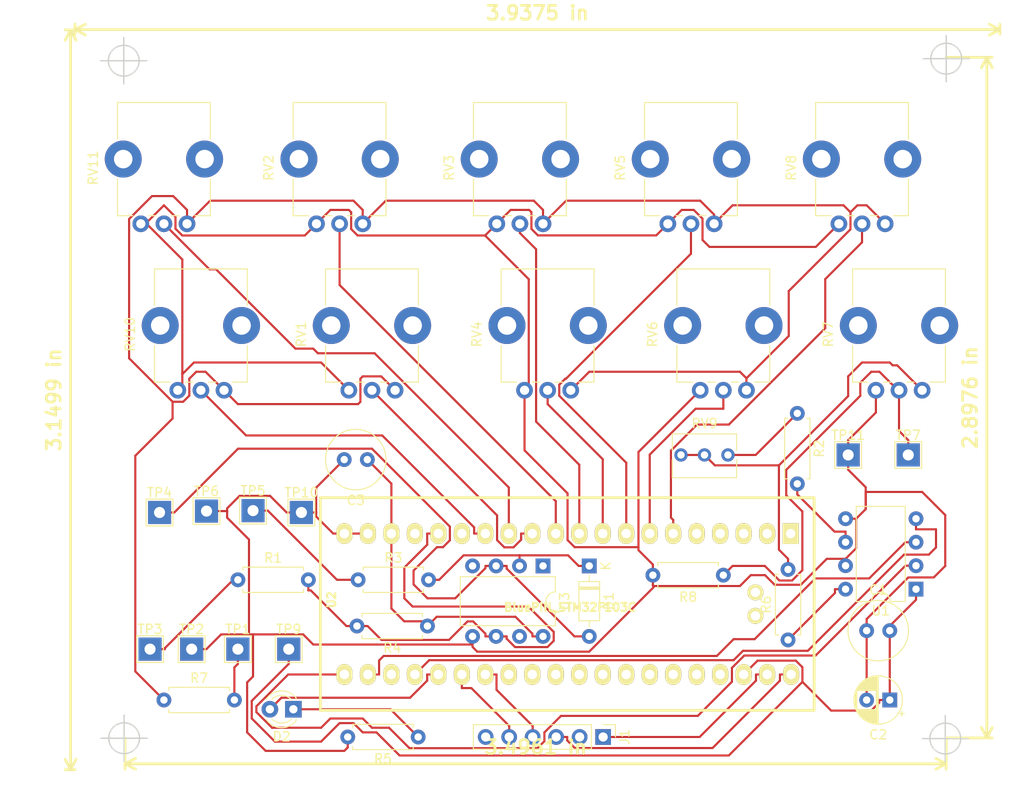
<source format=kicad_pcb>
(kicad_pcb (version 20171130) (host pcbnew 5.0.2+dfsg1-1~bpo9+1)

  (general
    (thickness 1.6)
    (drawings 8)
    (tracks 426)
    (zones 0)
    (modules 38)
    (nets 35)
  )

  (page A4)
  (layers
    (0 F.Cu signal)
    (31 B.Cu signal)
    (32 B.Adhes user)
    (33 F.Adhes user)
    (34 B.Paste user)
    (35 F.Paste user)
    (36 B.SilkS user)
    (37 F.SilkS user)
    (38 B.Mask user)
    (39 F.Mask user)
    (40 Dwgs.User user)
    (41 Cmts.User user)
    (42 Eco1.User user)
    (43 Eco2.User user)
    (44 Edge.Cuts user)
    (45 Margin user)
    (46 B.CrtYd user)
    (47 F.CrtYd user)
    (48 B.Fab user)
    (49 F.Fab user)
  )

  (setup
    (last_trace_width 0.23)
    (trace_clearance 0.23)
    (zone_clearance 0.508)
    (zone_45_only no)
    (trace_min 0.2)
    (segment_width 0.2)
    (edge_width 0.15)
    (via_size 2.3)
    (via_drill 1.2)
    (via_min_size 0.4)
    (via_min_drill 0.3)
    (uvia_size 0.3)
    (uvia_drill 0.1)
    (uvias_allowed no)
    (uvia_min_size 0.2)
    (uvia_min_drill 0.1)
    (pcb_text_width 0.3)
    (pcb_text_size 1.5 1.5)
    (mod_edge_width 0.15)
    (mod_text_size 1 1)
    (mod_text_width 0.15)
    (pad_size 1.524 1.524)
    (pad_drill 0.762)
    (pad_to_mask_clearance 0.051)
    (solder_mask_min_width 0.25)
    (aux_axis_origin 0 0)
    (visible_elements FFFFFF7F)
    (pcbplotparams
      (layerselection 0x010fc_ffffffff)
      (usegerberextensions false)
      (usegerberattributes false)
      (usegerberadvancedattributes false)
      (creategerberjobfile false)
      (excludeedgelayer true)
      (linewidth 0.100000)
      (plotframeref false)
      (viasonmask false)
      (mode 1)
      (useauxorigin false)
      (hpglpennumber 1)
      (hpglpenspeed 20)
      (hpglpendiameter 15.000000)
      (psnegative false)
      (psa4output false)
      (plotreference true)
      (plotvalue true)
      (plotinvisibletext false)
      (padsonsilk false)
      (subtractmaskfromsilk false)
      (outputformat 1)
      (mirror false)
      (drillshape 1)
      (scaleselection 1)
      (outputdirectory ""))
  )

  (net 0 "")
  (net 1 "Net-(D1-Pad1)")
  (net 2 "Net-(D1-Pad2)")
  (net 3 "Net-(RV6-Pad2)")
  (net 4 "Net-(RV5-Pad2)")
  (net 5 "Net-(RV4-Pad2)")
  (net 6 "Net-(RV3-Pad2)")
  (net 7 "Net-(RV2-Pad2)")
  (net 8 "Net-(RV1-Pad2)")
  (net 9 "Net-(R1-Pad2)")
  (net 10 +3V3)
  (net 11 GND)
  (net 12 "Net-(D2-Pad2)")
  (net 13 "Net-(J1-Pad4)")
  (net 14 "Net-(J1-Pad3)")
  (net 15 "Net-(R6-Pad1)")
  (net 16 "Net-(J1-Pad2)")
  (net 17 "Net-(J1-Pad1)")
  (net 18 "Net-(D2-Pad1)")
  (net 19 "Net-(R1-Pad1)")
  (net 20 "Net-(R2-Pad2)")
  (net 21 "Net-(R3-Pad1)")
  (net 22 "Net-(R8-Pad1)")
  (net 23 "Net-(RV8-Pad2)")
  (net 24 "Net-(C1-Pad2)")
  (net 25 "Net-(C3-Pad1)")
  (net 26 "Net-(J1-Pad5)")
  (net 27 "Net-(R2-Pad1)")
  (net 28 DAC_out)
  (net 29 "Net-(R7-Pad2)")
  (net 30 "Net-(RV10-Pad2)")
  (net 31 "Net-(RV11-Pad2)")
  (net 32 "Net-(U1-Pad2)")
  (net 33 "Net-(U1-Pad3)")
  (net 34 "Net-(U1-Pad4)")

  (net_class Default "Ceci est la Netclass par défaut."
    (clearance 0.23)
    (trace_width 0.23)
    (via_dia 2.3)
    (via_drill 1.2)
    (uvia_dia 0.3)
    (uvia_drill 0.1)
    (add_net +3V3)
    (add_net DAC_out)
    (add_net GND)
    (add_net "Net-(C1-Pad2)")
    (add_net "Net-(C3-Pad1)")
    (add_net "Net-(D1-Pad1)")
    (add_net "Net-(D1-Pad2)")
    (add_net "Net-(D2-Pad1)")
    (add_net "Net-(D2-Pad2)")
    (add_net "Net-(J1-Pad1)")
    (add_net "Net-(J1-Pad2)")
    (add_net "Net-(J1-Pad3)")
    (add_net "Net-(J1-Pad4)")
    (add_net "Net-(J1-Pad5)")
    (add_net "Net-(R1-Pad1)")
    (add_net "Net-(R1-Pad2)")
    (add_net "Net-(R2-Pad1)")
    (add_net "Net-(R2-Pad2)")
    (add_net "Net-(R3-Pad1)")
    (add_net "Net-(R6-Pad1)")
    (add_net "Net-(R7-Pad2)")
    (add_net "Net-(R8-Pad1)")
    (add_net "Net-(RV1-Pad2)")
    (add_net "Net-(RV10-Pad2)")
    (add_net "Net-(RV11-Pad2)")
    (add_net "Net-(RV2-Pad2)")
    (add_net "Net-(RV3-Pad2)")
    (add_net "Net-(RV4-Pad2)")
    (add_net "Net-(RV5-Pad2)")
    (add_net "Net-(RV6-Pad2)")
    (add_net "Net-(RV8-Pad2)")
    (add_net "Net-(U1-Pad2)")
    (add_net "Net-(U1-Pad3)")
    (add_net "Net-(U1-Pad4)")
  )

  (module BluePill_breakouts:BluePill_STM32F103C (layer F.Cu) (tedit 59B4EF3F) (tstamp 5D118BED)
    (at 120.73 73.5 270)
    (descr "STM32F103C8 BluePill board")
    (path /5D04FCF5)
    (fp_text reference U2 (at 7.1628 49.6062 90) (layer F.SilkS)
      (effects (font (size 0.889 0.889) (thickness 0.3048)))
    )
    (fp_text value BluePill_STM32F103C (at 7.9756 23.7998) (layer F.SilkS)
      (effects (font (size 0.889 0.889) (thickness 0.22225)))
    )
    (fp_line (start 19.12 -2.59) (end 19.12 50.81) (layer F.SilkS) (width 0.3048))
    (fp_line (start 19.12 50.81) (end -3.88 50.81) (layer F.SilkS) (width 0.3048))
    (fp_line (start -3.88 50.81) (end -3.88 -2.59) (layer F.SilkS) (width 0.3048))
    (fp_line (start -3.88 -2.59) (end 19.12 -2.59) (layer F.SilkS) (width 0.3048))
    (pad 1 thru_hole rect (at 0 -0.0508 180) (size 1.7272 2.25) (drill 1.016) (layers *.Cu *.Mask F.SilkS))
    (pad 2 thru_hole oval (at 0 2.4892 180) (size 1.7272 2.25) (drill 1.016) (layers *.Cu *.Mask F.SilkS))
    (pad 3 thru_hole oval (at 0 5.0292 180) (size 1.7272 2.25) (drill 1.016) (layers *.Cu *.Mask F.SilkS))
    (pad 4 thru_hole oval (at 0 7.5692 180) (size 1.7272 2.25) (drill 1.016) (layers *.Cu *.Mask F.SilkS))
    (pad 5 thru_hole oval (at 0 10.1092 180) (size 1.7272 2.25) (drill 1.016) (layers *.Cu *.Mask F.SilkS))
    (pad 6 thru_hole oval (at 0 12.6492 180) (size 1.7272 2.25) (drill 1.016) (layers *.Cu *.Mask F.SilkS)
      (net 23 "Net-(RV8-Pad2)"))
    (pad 7 thru_hole oval (at 0 15.1892 180) (size 1.7272 2.25) (drill 1.016) (layers *.Cu *.Mask F.SilkS)
      (net 3 "Net-(RV6-Pad2)"))
    (pad 8 thru_hole oval (at 0 17.7292 180) (size 1.7272 2.25) (drill 1.016) (layers *.Cu *.Mask F.SilkS)
      (net 4 "Net-(RV5-Pad2)"))
    (pad 9 thru_hole oval (at 0 20.2692 180) (size 1.7272 2.25) (drill 1.016) (layers *.Cu *.Mask F.SilkS)
      (net 5 "Net-(RV4-Pad2)"))
    (pad 10 thru_hole oval (at 0 22.8092 180) (size 1.7272 2.25) (drill 1.016) (layers *.Cu *.Mask F.SilkS)
      (net 6 "Net-(RV3-Pad2)"))
    (pad 11 thru_hole oval (at 0 25.3492 180) (size 1.7272 2.25) (drill 1.016) (layers *.Cu *.Mask F.SilkS)
      (net 7 "Net-(RV2-Pad2)"))
    (pad 12 thru_hole oval (at 0 27.8892 180) (size 1.7272 2.25) (drill 1.016) (layers *.Cu *.Mask F.SilkS)
      (net 8 "Net-(RV1-Pad2)"))
    (pad 13 thru_hole oval (at 0 30.4292 180) (size 1.7272 2.25) (drill 1.016) (layers *.Cu *.Mask F.SilkS)
      (net 31 "Net-(RV11-Pad2)"))
    (pad 14 thru_hole oval (at 0 32.9692 180) (size 1.7272 2.25) (drill 1.016) (layers *.Cu *.Mask F.SilkS)
      (net 30 "Net-(RV10-Pad2)"))
    (pad 15 thru_hole oval (at 0 35.5092 180) (size 1.7272 2.25) (drill 1.016) (layers *.Cu *.Mask F.SilkS))
    (pad 16 thru_hole oval (at 0 38.0492 180) (size 1.7272 2.25) (drill 1.016) (layers *.Cu *.Mask F.SilkS)
      (net 9 "Net-(R1-Pad2)"))
    (pad 17 thru_hole oval (at 0 40.5892 180) (size 1.7272 2.25) (drill 1.016) (layers *.Cu *.Mask F.SilkS))
    (pad 18 thru_hole oval (at 0 43.1292 180) (size 1.7272 2.25) (drill 1.016) (layers *.Cu *.Mask F.SilkS)
      (net 25 "Net-(C3-Pad1)"))
    (pad 19 thru_hole oval (at 0 45.6692 180) (size 1.7272 2.25) (drill 1.016) (layers *.Cu *.Mask F.SilkS)
      (net 11 GND))
    (pad 20 thru_hole oval (at 0 48.2092 180) (size 1.7272 2.25) (drill 1.016) (layers *.Cu *.Mask F.SilkS)
      (net 11 GND))
    (pad 21 thru_hole oval (at 15.24 48.2092) (size 1.7272 2.25) (drill 1.016) (layers *.Cu *.Mask F.SilkS)
      (net 32 "Net-(U1-Pad2)"))
    (pad 22 thru_hole oval (at 15.24 45.6692) (size 1.7272 2.25) (drill 1.016) (layers *.Cu *.Mask F.SilkS)
      (net 33 "Net-(U1-Pad3)"))
    (pad 23 thru_hole oval (at 15.24 43.1292) (size 1.7272 2.25) (drill 1.016) (layers *.Cu *.Mask F.SilkS))
    (pad 24 thru_hole oval (at 15.24 40.5892) (size 1.7272 2.25) (drill 1.016) (layers *.Cu *.Mask F.SilkS)
      (net 34 "Net-(U1-Pad4)"))
    (pad 25 thru_hole oval (at 15.24 38.0492) (size 1.7272 2.25) (drill 1.016) (layers *.Cu *.Mask F.SilkS)
      (net 12 "Net-(D2-Pad2)"))
    (pad 26 thru_hole oval (at 15.24 35.5092) (size 1.7272 2.25) (drill 1.016) (layers *.Cu *.Mask F.SilkS)
      (net 26 "Net-(J1-Pad5)"))
    (pad 27 thru_hole oval (at 15.24 32.9692) (size 1.7272 2.25) (drill 1.016) (layers *.Cu *.Mask F.SilkS)
      (net 13 "Net-(J1-Pad4)"))
    (pad 28 thru_hole oval (at 15.24 30.4292) (size 1.7272 2.25) (drill 1.016) (layers *.Cu *.Mask F.SilkS))
    (pad 29 thru_hole oval (at 15.24 27.8892) (size 1.7272 2.25) (drill 1.016) (layers *.Cu *.Mask F.SilkS))
    (pad 30 thru_hole oval (at 15.24 25.3492) (size 1.7272 2.25) (drill 1.016) (layers *.Cu *.Mask F.SilkS))
    (pad 31 thru_hole oval (at 15.24 22.8092) (size 1.7272 2.25) (drill 1.016) (layers *.Cu *.Mask F.SilkS))
    (pad 32 thru_hole oval (at 15.24 20.2692) (size 1.7272 2.25) (drill 1.016) (layers *.Cu *.Mask F.SilkS))
    (pad 33 thru_hole oval (at 15.24 17.7292) (size 1.7272 2.25) (drill 1.016) (layers *.Cu *.Mask F.SilkS))
    (pad 34 thru_hole oval (at 15.24 15.1892) (size 1.7272 2.25) (drill 1.016) (layers *.Cu *.Mask F.SilkS))
    (pad 35 thru_hole oval (at 15.24 12.6492) (size 1.7272 2.25) (drill 1.016) (layers *.Cu *.Mask F.SilkS))
    (pad 36 thru_hole oval (at 15.24 10.1092) (size 1.7272 2.25) (drill 1.016) (layers *.Cu *.Mask F.SilkS))
    (pad 37 thru_hole oval (at 15.24 7.5692) (size 1.7272 2.25) (drill 1.016) (layers *.Cu *.Mask F.SilkS))
    (pad 38 thru_hole oval (at 15.24 5.0292) (size 1.7272 2.25) (drill 1.016) (layers *.Cu *.Mask F.SilkS)
      (net 24 "Net-(C1-Pad2)"))
    (pad 39 thru_hole oval (at 15.24 2.4892) (size 1.7272 2.25) (drill 1.016) (layers *.Cu *.Mask F.SilkS)
      (net 17 "Net-(J1-Pad1)"))
    (pad 40 thru_hole oval (at 15.24 -0.1016) (size 1.7272 2.25) (drill 1.016) (layers *.Cu *.Mask F.SilkS)
      (net 14 "Net-(J1-Pad3)"))
    (pad 41 thru_hole oval (at 8.9 3.7592) (size 1.7272 1.7272) (drill 1.016) (layers *.Cu *.Mask F.SilkS))
    (pad 42 thru_hole oval (at 6.36 3.7592) (size 1.7272 1.7272) (drill 1.016) (layers *.Cu *.Mask F.SilkS))
  )

  (module Diode_THT:D_DO-35_SOD27_P7.62mm_Horizontal (layer F.Cu) (tedit 5AE50CD5) (tstamp 5D118983)
    (at 99 77 270)
    (descr "Diode, DO-35_SOD27 series, Axial, Horizontal, pin pitch=7.62mm, , length*diameter=4*2mm^2, , http://www.diodes.com/_files/packages/DO-35.pdf")
    (tags "Diode DO-35_SOD27 series Axial Horizontal pin pitch 7.62mm  length 4mm diameter 2mm")
    (path /5D0624B1)
    (fp_text reference D1 (at 3.81 -2.12 270) (layer F.SilkS)
      (effects (font (size 1 1) (thickness 0.15)))
    )
    (fp_text value 1N914 (at 3.81 2.12 270) (layer F.Fab)
      (effects (font (size 1 1) (thickness 0.15)))
    )
    (fp_line (start 1.81 -1) (end 1.81 1) (layer F.Fab) (width 0.1))
    (fp_line (start 1.81 1) (end 5.81 1) (layer F.Fab) (width 0.1))
    (fp_line (start 5.81 1) (end 5.81 -1) (layer F.Fab) (width 0.1))
    (fp_line (start 5.81 -1) (end 1.81 -1) (layer F.Fab) (width 0.1))
    (fp_line (start 0 0) (end 1.81 0) (layer F.Fab) (width 0.1))
    (fp_line (start 7.62 0) (end 5.81 0) (layer F.Fab) (width 0.1))
    (fp_line (start 2.41 -1) (end 2.41 1) (layer F.Fab) (width 0.1))
    (fp_line (start 2.51 -1) (end 2.51 1) (layer F.Fab) (width 0.1))
    (fp_line (start 2.31 -1) (end 2.31 1) (layer F.Fab) (width 0.1))
    (fp_line (start 1.69 -1.12) (end 1.69 1.12) (layer F.SilkS) (width 0.12))
    (fp_line (start 1.69 1.12) (end 5.93 1.12) (layer F.SilkS) (width 0.12))
    (fp_line (start 5.93 1.12) (end 5.93 -1.12) (layer F.SilkS) (width 0.12))
    (fp_line (start 5.93 -1.12) (end 1.69 -1.12) (layer F.SilkS) (width 0.12))
    (fp_line (start 1.04 0) (end 1.69 0) (layer F.SilkS) (width 0.12))
    (fp_line (start 6.58 0) (end 5.93 0) (layer F.SilkS) (width 0.12))
    (fp_line (start 2.41 -1.12) (end 2.41 1.12) (layer F.SilkS) (width 0.12))
    (fp_line (start 2.53 -1.12) (end 2.53 1.12) (layer F.SilkS) (width 0.12))
    (fp_line (start 2.29 -1.12) (end 2.29 1.12) (layer F.SilkS) (width 0.12))
    (fp_line (start -1.05 -1.25) (end -1.05 1.25) (layer F.CrtYd) (width 0.05))
    (fp_line (start -1.05 1.25) (end 8.67 1.25) (layer F.CrtYd) (width 0.05))
    (fp_line (start 8.67 1.25) (end 8.67 -1.25) (layer F.CrtYd) (width 0.05))
    (fp_line (start 8.67 -1.25) (end -1.05 -1.25) (layer F.CrtYd) (width 0.05))
    (fp_text user %R (at 4.11 0 270) (layer F.Fab)
      (effects (font (size 0.8 0.8) (thickness 0.12)))
    )
    (fp_text user K (at 0 -1.8 270) (layer F.Fab)
      (effects (font (size 1 1) (thickness 0.15)))
    )
    (fp_text user K (at 0 -1.8 270) (layer F.SilkS)
      (effects (font (size 1 1) (thickness 0.15)))
    )
    (pad 1 thru_hole rect (at 0 0 270) (size 1.6 1.6) (drill 0.8) (layers *.Cu *.Mask)
      (net 1 "Net-(D1-Pad1)"))
    (pad 2 thru_hole oval (at 7.62 0 270) (size 1.6 1.6) (drill 0.8) (layers *.Cu *.Mask)
      (net 2 "Net-(D1-Pad2)"))
    (model ${KISYS3DMOD}/Diode_THT.3dshapes/D_DO-35_SOD27_P7.62mm_Horizontal.wrl
      (at (xyz 0 0 0))
      (scale (xyz 1 1 1))
      (rotate (xyz 0 0 0))
    )
  )

  (module LED_THT:LED_D3.0mm (layer F.Cu) (tedit 587A3A7B) (tstamp 5D118996)
    (at 67 92.5 180)
    (descr "LED, diameter 3.0mm, 2 pins")
    (tags "LED diameter 3.0mm 2 pins")
    (path /5D0950C7)
    (fp_text reference D2 (at 1.27 -2.96 180) (layer F.SilkS)
      (effects (font (size 1 1) (thickness 0.15)))
    )
    (fp_text value LED (at 1.27 2.96 180) (layer F.Fab)
      (effects (font (size 1 1) (thickness 0.15)))
    )
    (fp_arc (start 1.27 0) (end -0.23 -1.16619) (angle 284.3) (layer F.Fab) (width 0.1))
    (fp_arc (start 1.27 0) (end -0.29 -1.235516) (angle 108.8) (layer F.SilkS) (width 0.12))
    (fp_arc (start 1.27 0) (end -0.29 1.235516) (angle -108.8) (layer F.SilkS) (width 0.12))
    (fp_arc (start 1.27 0) (end 0.229039 -1.08) (angle 87.9) (layer F.SilkS) (width 0.12))
    (fp_arc (start 1.27 0) (end 0.229039 1.08) (angle -87.9) (layer F.SilkS) (width 0.12))
    (fp_circle (center 1.27 0) (end 2.77 0) (layer F.Fab) (width 0.1))
    (fp_line (start -0.23 -1.16619) (end -0.23 1.16619) (layer F.Fab) (width 0.1))
    (fp_line (start -0.29 -1.236) (end -0.29 -1.08) (layer F.SilkS) (width 0.12))
    (fp_line (start -0.29 1.08) (end -0.29 1.236) (layer F.SilkS) (width 0.12))
    (fp_line (start -1.15 -2.25) (end -1.15 2.25) (layer F.CrtYd) (width 0.05))
    (fp_line (start -1.15 2.25) (end 3.7 2.25) (layer F.CrtYd) (width 0.05))
    (fp_line (start 3.7 2.25) (end 3.7 -2.25) (layer F.CrtYd) (width 0.05))
    (fp_line (start 3.7 -2.25) (end -1.15 -2.25) (layer F.CrtYd) (width 0.05))
    (pad 1 thru_hole rect (at 0 0 180) (size 1.8 1.8) (drill 0.9) (layers *.Cu *.Mask)
      (net 18 "Net-(D2-Pad1)"))
    (pad 2 thru_hole circle (at 2.54 0 180) (size 1.8 1.8) (drill 0.9) (layers *.Cu *.Mask)
      (net 12 "Net-(D2-Pad2)"))
    (model ${KISYS3DMOD}/LED_THT.3dshapes/LED_D3.0mm.wrl
      (at (xyz 0 0 0))
      (scale (xyz 1 1 1))
      (rotate (xyz 0 0 0))
    )
  )

  (module Resistor_THT:R_Axial_DIN0207_L6.3mm_D2.5mm_P7.62mm_Horizontal (layer F.Cu) (tedit 5AE5139B) (tstamp 5D1189C5)
    (at 61 78.5)
    (descr "Resistor, Axial_DIN0207 series, Axial, Horizontal, pin pitch=7.62mm, 0.25W = 1/4W, length*diameter=6.3*2.5mm^2, http://cdn-reichelt.de/documents/datenblatt/B400/1_4W%23YAG.pdf")
    (tags "Resistor Axial_DIN0207 series Axial Horizontal pin pitch 7.62mm 0.25W = 1/4W length 6.3mm diameter 2.5mm")
    (path /5D089794)
    (fp_text reference R1 (at 3.81 -2.37) (layer F.SilkS)
      (effects (font (size 1 1) (thickness 0.15)))
    )
    (fp_text value 10 (at 3.81 2.37) (layer F.Fab)
      (effects (font (size 1 1) (thickness 0.15)))
    )
    (fp_line (start 0.66 -1.25) (end 0.66 1.25) (layer F.Fab) (width 0.1))
    (fp_line (start 0.66 1.25) (end 6.96 1.25) (layer F.Fab) (width 0.1))
    (fp_line (start 6.96 1.25) (end 6.96 -1.25) (layer F.Fab) (width 0.1))
    (fp_line (start 6.96 -1.25) (end 0.66 -1.25) (layer F.Fab) (width 0.1))
    (fp_line (start 0 0) (end 0.66 0) (layer F.Fab) (width 0.1))
    (fp_line (start 7.62 0) (end 6.96 0) (layer F.Fab) (width 0.1))
    (fp_line (start 0.54 -1.04) (end 0.54 -1.37) (layer F.SilkS) (width 0.12))
    (fp_line (start 0.54 -1.37) (end 7.08 -1.37) (layer F.SilkS) (width 0.12))
    (fp_line (start 7.08 -1.37) (end 7.08 -1.04) (layer F.SilkS) (width 0.12))
    (fp_line (start 0.54 1.04) (end 0.54 1.37) (layer F.SilkS) (width 0.12))
    (fp_line (start 0.54 1.37) (end 7.08 1.37) (layer F.SilkS) (width 0.12))
    (fp_line (start 7.08 1.37) (end 7.08 1.04) (layer F.SilkS) (width 0.12))
    (fp_line (start -1.05 -1.5) (end -1.05 1.5) (layer F.CrtYd) (width 0.05))
    (fp_line (start -1.05 1.5) (end 8.67 1.5) (layer F.CrtYd) (width 0.05))
    (fp_line (start 8.67 1.5) (end 8.67 -1.5) (layer F.CrtYd) (width 0.05))
    (fp_line (start 8.67 -1.5) (end -1.05 -1.5) (layer F.CrtYd) (width 0.05))
    (fp_text user %R (at 3.5 0) (layer F.Fab)
      (effects (font (size 1 1) (thickness 0.15)))
    )
    (pad 1 thru_hole circle (at 0 0) (size 1.6 1.6) (drill 0.8) (layers *.Cu *.Mask)
      (net 19 "Net-(R1-Pad1)"))
    (pad 2 thru_hole oval (at 7.62 0) (size 1.6 1.6) (drill 0.8) (layers *.Cu *.Mask)
      (net 9 "Net-(R1-Pad2)"))
    (model ${KISYS3DMOD}/Resistor_THT.3dshapes/R_Axial_DIN0207_L6.3mm_D2.5mm_P7.62mm_Horizontal.wrl
      (at (xyz 0 0 0))
      (scale (xyz 1 1 1))
      (rotate (xyz 0 0 0))
    )
  )

  (module Resistor_THT:R_Axial_DIN0207_L6.3mm_D2.5mm_P7.62mm_Horizontal (layer F.Cu) (tedit 5AE5139B) (tstamp 5D1189DC)
    (at 121.5 60.5 270)
    (descr "Resistor, Axial_DIN0207 series, Axial, Horizontal, pin pitch=7.62mm, 0.25W = 1/4W, length*diameter=6.3*2.5mm^2, http://cdn-reichelt.de/documents/datenblatt/B400/1_4W%23YAG.pdf")
    (tags "Resistor Axial_DIN0207 series Axial Horizontal pin pitch 7.62mm 0.25W = 1/4W length 6.3mm diameter 2.5mm")
    (path /5F464815)
    (fp_text reference R2 (at 3.81 -2.37 270) (layer F.SilkS)
      (effects (font (size 1 1) (thickness 0.15)))
    )
    (fp_text value 470 (at 3.81 2.37 270) (layer F.Fab)
      (effects (font (size 1 1) (thickness 0.15)))
    )
    (fp_line (start 0.66 -1.25) (end 0.66 1.25) (layer F.Fab) (width 0.1))
    (fp_line (start 0.66 1.25) (end 6.96 1.25) (layer F.Fab) (width 0.1))
    (fp_line (start 6.96 1.25) (end 6.96 -1.25) (layer F.Fab) (width 0.1))
    (fp_line (start 6.96 -1.25) (end 0.66 -1.25) (layer F.Fab) (width 0.1))
    (fp_line (start 0 0) (end 0.66 0) (layer F.Fab) (width 0.1))
    (fp_line (start 7.62 0) (end 6.96 0) (layer F.Fab) (width 0.1))
    (fp_line (start 0.54 -1.04) (end 0.54 -1.37) (layer F.SilkS) (width 0.12))
    (fp_line (start 0.54 -1.37) (end 7.08 -1.37) (layer F.SilkS) (width 0.12))
    (fp_line (start 7.08 -1.37) (end 7.08 -1.04) (layer F.SilkS) (width 0.12))
    (fp_line (start 0.54 1.04) (end 0.54 1.37) (layer F.SilkS) (width 0.12))
    (fp_line (start 0.54 1.37) (end 7.08 1.37) (layer F.SilkS) (width 0.12))
    (fp_line (start 7.08 1.37) (end 7.08 1.04) (layer F.SilkS) (width 0.12))
    (fp_line (start -1.05 -1.5) (end -1.05 1.5) (layer F.CrtYd) (width 0.05))
    (fp_line (start -1.05 1.5) (end 8.67 1.5) (layer F.CrtYd) (width 0.05))
    (fp_line (start 8.67 1.5) (end 8.67 -1.5) (layer F.CrtYd) (width 0.05))
    (fp_line (start 8.67 -1.5) (end -1.05 -1.5) (layer F.CrtYd) (width 0.05))
    (fp_text user %R (at 3.81 0 270) (layer F.Fab)
      (effects (font (size 1 1) (thickness 0.15)))
    )
    (pad 1 thru_hole circle (at 0 0 270) (size 1.6 1.6) (drill 0.8) (layers *.Cu *.Mask)
      (net 27 "Net-(R2-Pad1)"))
    (pad 2 thru_hole oval (at 7.62 0 270) (size 1.6 1.6) (drill 0.8) (layers *.Cu *.Mask)
      (net 20 "Net-(R2-Pad2)"))
    (model ${KISYS3DMOD}/Resistor_THT.3dshapes/R_Axial_DIN0207_L6.3mm_D2.5mm_P7.62mm_Horizontal.wrl
      (at (xyz 0 0 0))
      (scale (xyz 1 1 1))
      (rotate (xyz 0 0 0))
    )
  )

  (module Resistor_THT:R_Axial_DIN0207_L6.3mm_D2.5mm_P7.62mm_Horizontal (layer F.Cu) (tedit 5AE5139B) (tstamp 5D1189F3)
    (at 74 78.5)
    (descr "Resistor, Axial_DIN0207 series, Axial, Horizontal, pin pitch=7.62mm, 0.25W = 1/4W, length*diameter=6.3*2.5mm^2, http://cdn-reichelt.de/documents/datenblatt/B400/1_4W%23YAG.pdf")
    (tags "Resistor Axial_DIN0207 series Axial Horizontal pin pitch 7.62mm 0.25W = 1/4W length 6.3mm diameter 2.5mm")
    (path /5D07F846)
    (fp_text reference R3 (at 3.81 -2.37) (layer F.SilkS)
      (effects (font (size 1 1) (thickness 0.15)))
    )
    (fp_text value 220 (at 3.81 2.37) (layer F.Fab)
      (effects (font (size 1 1) (thickness 0.15)))
    )
    (fp_text user %R (at 3.81 0) (layer F.Fab)
      (effects (font (size 1 1) (thickness 0.15)))
    )
    (fp_line (start 8.67 -1.5) (end -1.05 -1.5) (layer F.CrtYd) (width 0.05))
    (fp_line (start 8.67 1.5) (end 8.67 -1.5) (layer F.CrtYd) (width 0.05))
    (fp_line (start -1.05 1.5) (end 8.67 1.5) (layer F.CrtYd) (width 0.05))
    (fp_line (start -1.05 -1.5) (end -1.05 1.5) (layer F.CrtYd) (width 0.05))
    (fp_line (start 7.08 1.37) (end 7.08 1.04) (layer F.SilkS) (width 0.12))
    (fp_line (start 0.54 1.37) (end 7.08 1.37) (layer F.SilkS) (width 0.12))
    (fp_line (start 0.54 1.04) (end 0.54 1.37) (layer F.SilkS) (width 0.12))
    (fp_line (start 7.08 -1.37) (end 7.08 -1.04) (layer F.SilkS) (width 0.12))
    (fp_line (start 0.54 -1.37) (end 7.08 -1.37) (layer F.SilkS) (width 0.12))
    (fp_line (start 0.54 -1.04) (end 0.54 -1.37) (layer F.SilkS) (width 0.12))
    (fp_line (start 7.62 0) (end 6.96 0) (layer F.Fab) (width 0.1))
    (fp_line (start 0 0) (end 0.66 0) (layer F.Fab) (width 0.1))
    (fp_line (start 6.96 -1.25) (end 0.66 -1.25) (layer F.Fab) (width 0.1))
    (fp_line (start 6.96 1.25) (end 6.96 -1.25) (layer F.Fab) (width 0.1))
    (fp_line (start 0.66 1.25) (end 6.96 1.25) (layer F.Fab) (width 0.1))
    (fp_line (start 0.66 -1.25) (end 0.66 1.25) (layer F.Fab) (width 0.1))
    (pad 2 thru_hole oval (at 7.62 0) (size 1.6 1.6) (drill 0.8) (layers *.Cu *.Mask)
      (net 1 "Net-(D1-Pad1)"))
    (pad 1 thru_hole circle (at 0 0) (size 1.6 1.6) (drill 0.8) (layers *.Cu *.Mask)
      (net 21 "Net-(R3-Pad1)"))
    (model ${KISYS3DMOD}/Resistor_THT.3dshapes/R_Axial_DIN0207_L6.3mm_D2.5mm_P7.62mm_Horizontal.wrl
      (at (xyz 0 0 0))
      (scale (xyz 1 1 1))
      (rotate (xyz 0 0 0))
    )
  )

  (module Resistor_THT:R_Axial_DIN0207_L6.3mm_D2.5mm_P7.62mm_Horizontal (layer F.Cu) (tedit 5AE5139B) (tstamp 5D118A0A)
    (at 81.5 83.5 180)
    (descr "Resistor, Axial_DIN0207 series, Axial, Horizontal, pin pitch=7.62mm, 0.25W = 1/4W, length*diameter=6.3*2.5mm^2, http://cdn-reichelt.de/documents/datenblatt/B400/1_4W%23YAG.pdf")
    (tags "Resistor Axial_DIN0207 series Axial Horizontal pin pitch 7.62mm 0.25W = 1/4W length 6.3mm diameter 2.5mm")
    (path /5F4B39BE)
    (fp_text reference R4 (at 3.81 -2.37 180) (layer F.SilkS)
      (effects (font (size 1 1) (thickness 0.15)))
    )
    (fp_text value 220 (at 3.81 2.37 180) (layer F.Fab)
      (effects (font (size 1 1) (thickness 0.15)))
    )
    (fp_line (start 0.66 -1.25) (end 0.66 1.25) (layer F.Fab) (width 0.1))
    (fp_line (start 0.66 1.25) (end 6.96 1.25) (layer F.Fab) (width 0.1))
    (fp_line (start 6.96 1.25) (end 6.96 -1.25) (layer F.Fab) (width 0.1))
    (fp_line (start 6.96 -1.25) (end 0.66 -1.25) (layer F.Fab) (width 0.1))
    (fp_line (start 0 0) (end 0.66 0) (layer F.Fab) (width 0.1))
    (fp_line (start 7.62 0) (end 6.96 0) (layer F.Fab) (width 0.1))
    (fp_line (start 0.54 -1.04) (end 0.54 -1.37) (layer F.SilkS) (width 0.12))
    (fp_line (start 0.54 -1.37) (end 7.08 -1.37) (layer F.SilkS) (width 0.12))
    (fp_line (start 7.08 -1.37) (end 7.08 -1.04) (layer F.SilkS) (width 0.12))
    (fp_line (start 0.54 1.04) (end 0.54 1.37) (layer F.SilkS) (width 0.12))
    (fp_line (start 0.54 1.37) (end 7.08 1.37) (layer F.SilkS) (width 0.12))
    (fp_line (start 7.08 1.37) (end 7.08 1.04) (layer F.SilkS) (width 0.12))
    (fp_line (start -1.05 -1.5) (end -1.05 1.5) (layer F.CrtYd) (width 0.05))
    (fp_line (start -1.05 1.5) (end 8.67 1.5) (layer F.CrtYd) (width 0.05))
    (fp_line (start 8.67 1.5) (end 8.67 -1.5) (layer F.CrtYd) (width 0.05))
    (fp_line (start 8.67 -1.5) (end -1.05 -1.5) (layer F.CrtYd) (width 0.05))
    (fp_text user %R (at 3.81 0 180) (layer F.Fab)
      (effects (font (size 1 1) (thickness 0.15)))
    )
    (pad 1 thru_hole circle (at 0 0 180) (size 1.6 1.6) (drill 0.8) (layers *.Cu *.Mask)
      (net 25 "Net-(C3-Pad1)"))
    (pad 2 thru_hole oval (at 7.62 0 180) (size 1.6 1.6) (drill 0.8) (layers *.Cu *.Mask)
      (net 9 "Net-(R1-Pad2)"))
    (model ${KISYS3DMOD}/Resistor_THT.3dshapes/R_Axial_DIN0207_L6.3mm_D2.5mm_P7.62mm_Horizontal.wrl
      (at (xyz 0 0 0))
      (scale (xyz 1 1 1))
      (rotate (xyz 0 0 0))
    )
  )

  (module Resistor_THT:R_Axial_DIN0207_L6.3mm_D2.5mm_P7.62mm_Horizontal (layer F.Cu) (tedit 5D064A9A) (tstamp 5D118A21)
    (at 80.5 95.5 180)
    (descr "Resistor, Axial_DIN0207 series, Axial, Horizontal, pin pitch=7.62mm, 0.25W = 1/4W, length*diameter=6.3*2.5mm^2, http://cdn-reichelt.de/documents/datenblatt/B400/1_4W%23YAG.pdf")
    (tags "Resistor Axial_DIN0207 series Axial Horizontal pin pitch 7.62mm 0.25W = 1/4W length 6.3mm diameter 2.5mm")
    (path /5D095175)
    (fp_text reference R5 (at 3.81 -2.37 180) (layer F.SilkS)
      (effects (font (size 1 1) (thickness 0.15)))
    )
    (fp_text value 220 (at 3.81 2.37 180) (layer F.Fab)
      (effects (font (size 1 1) (thickness 0.15)))
    )
    (fp_line (start 0.66 -1.25) (end 0.66 1.25) (layer F.Fab) (width 0.1))
    (fp_line (start 0.66 1.25) (end 6.96 1.25) (layer F.Fab) (width 0.1))
    (fp_line (start 6.96 1.25) (end 6.96 -1.25) (layer F.Fab) (width 0.1))
    (fp_line (start 6.96 -1.25) (end 0.66 -1.25) (layer F.Fab) (width 0.1))
    (fp_line (start 0 0) (end 0.66 0) (layer F.Fab) (width 0.1))
    (fp_line (start 7.62 0) (end 6.96 0) (layer F.Fab) (width 0.1))
    (fp_line (start 0.54 -1.04) (end 0.54 -1.37) (layer F.SilkS) (width 0.12))
    (fp_line (start 0.54 -1.37) (end 7.08 -1.37) (layer F.SilkS) (width 0.12))
    (fp_line (start 7.08 -1.37) (end 7.08 -1.04) (layer F.SilkS) (width 0.12))
    (fp_line (start 0.54 1.04) (end 0.54 1.37) (layer F.SilkS) (width 0.12))
    (fp_line (start 0.54 1.37) (end 7.08 1.37) (layer F.SilkS) (width 0.12))
    (fp_line (start 7.08 1.37) (end 7.08 1.04) (layer F.SilkS) (width 0.12))
    (fp_line (start -1.05 -1.5) (end -1.05 1.5) (layer F.CrtYd) (width 0.05))
    (fp_line (start -1.05 1.5) (end 8.67 1.5) (layer F.CrtYd) (width 0.05))
    (fp_line (start 8.67 1.5) (end 8.67 -1.5) (layer F.CrtYd) (width 0.05))
    (fp_line (start 8.67 -1.5) (end -1.05 -1.5) (layer F.CrtYd) (width 0.05))
    (fp_text user %R (at 3.81 0 180) (layer F.Fab)
      (effects (font (size 1 1) (thickness 0.15)))
    )
    (pad 1 thru_hole circle (at 0 0 180) (size 1.6 1.6) (drill 0.8) (layers *.Cu *.Mask)
      (net 18 "Net-(D2-Pad1)"))
    (pad 2 thru_hole oval (at 7.62 0 180) (size 1.6 1.6) (drill 0.8) (layers *.Cu *.Mask)
      (net 11 GND))
    (model ${KISYS3DMOD}/Resistor_THT.3dshapes/R_Axial_DIN0207_L6.3mm_D2.5mm_P7.62mm_Horizontal.wrl
      (at (xyz 0 0 0))
      (scale (xyz 1 1 1))
      (rotate (xyz 0 0 0))
    )
  )

  (module Resistor_THT:R_Axial_DIN0207_L6.3mm_D2.5mm_P7.62mm_Horizontal (layer F.Cu) (tedit 5AE5139B) (tstamp 5D118A38)
    (at 120.5 85 90)
    (descr "Resistor, Axial_DIN0207 series, Axial, Horizontal, pin pitch=7.62mm, 0.25W = 1/4W, length*diameter=6.3*2.5mm^2, http://cdn-reichelt.de/documents/datenblatt/B400/1_4W%23YAG.pdf")
    (tags "Resistor Axial_DIN0207 series Axial Horizontal pin pitch 7.62mm 0.25W = 1/4W length 6.3mm diameter 2.5mm")
    (path /5F45FFDD)
    (fp_text reference R6 (at 3.81 -2.37 90) (layer F.SilkS)
      (effects (font (size 1 1) (thickness 0.15)))
    )
    (fp_text value 4M (at 3.81 2.37 90) (layer F.Fab)
      (effects (font (size 1 1) (thickness 0.15)))
    )
    (fp_text user %R (at 3.81 0 90) (layer F.Fab)
      (effects (font (size 1 1) (thickness 0.15)))
    )
    (fp_line (start 8.67 -1.5) (end -1.05 -1.5) (layer F.CrtYd) (width 0.05))
    (fp_line (start 8.67 1.5) (end 8.67 -1.5) (layer F.CrtYd) (width 0.05))
    (fp_line (start -1.05 1.5) (end 8.67 1.5) (layer F.CrtYd) (width 0.05))
    (fp_line (start -1.05 -1.5) (end -1.05 1.5) (layer F.CrtYd) (width 0.05))
    (fp_line (start 7.08 1.37) (end 7.08 1.04) (layer F.SilkS) (width 0.12))
    (fp_line (start 0.54 1.37) (end 7.08 1.37) (layer F.SilkS) (width 0.12))
    (fp_line (start 0.54 1.04) (end 0.54 1.37) (layer F.SilkS) (width 0.12))
    (fp_line (start 7.08 -1.37) (end 7.08 -1.04) (layer F.SilkS) (width 0.12))
    (fp_line (start 0.54 -1.37) (end 7.08 -1.37) (layer F.SilkS) (width 0.12))
    (fp_line (start 0.54 -1.04) (end 0.54 -1.37) (layer F.SilkS) (width 0.12))
    (fp_line (start 7.62 0) (end 6.96 0) (layer F.Fab) (width 0.1))
    (fp_line (start 0 0) (end 0.66 0) (layer F.Fab) (width 0.1))
    (fp_line (start 6.96 -1.25) (end 0.66 -1.25) (layer F.Fab) (width 0.1))
    (fp_line (start 6.96 1.25) (end 6.96 -1.25) (layer F.Fab) (width 0.1))
    (fp_line (start 0.66 1.25) (end 6.96 1.25) (layer F.Fab) (width 0.1))
    (fp_line (start 0.66 -1.25) (end 0.66 1.25) (layer F.Fab) (width 0.1))
    (pad 2 thru_hole oval (at 7.62 0 90) (size 1.6 1.6) (drill 0.8) (layers *.Cu *.Mask)
      (net 28 DAC_out))
    (pad 1 thru_hole circle (at 0 0 90) (size 1.6 1.6) (drill 0.8) (layers *.Cu *.Mask)
      (net 15 "Net-(R6-Pad1)"))
    (model ${KISYS3DMOD}/Resistor_THT.3dshapes/R_Axial_DIN0207_L6.3mm_D2.5mm_P7.62mm_Horizontal.wrl
      (at (xyz 0 0 0))
      (scale (xyz 1 1 1))
      (rotate (xyz 0 0 0))
    )
  )

  (module Potentiometer_THT:Potentiometer_Alps_RK09K_Single_Vertical (layer F.Cu) (tedit 5A3D4993) (tstamp 5D118A6B)
    (at 78 58 90)
    (descr "Potentiometer, vertical, Alps RK09K Single, http://www.alps.com/prod/info/E/HTML/Potentiometer/RotaryPotentiometers/RK09K/RK09K_list.html")
    (tags "Potentiometer vertical Alps RK09K Single")
    (path /5D05075C)
    (fp_text reference RV1 (at 6.05 -10.15 90) (layer F.SilkS)
      (effects (font (size 1 1) (thickness 0.15)))
    )
    (fp_text value 10K (at 6.05 5.15 90) (layer F.Fab)
      (effects (font (size 1 1) (thickness 0.15)))
    )
    (fp_text user %R (at 2 -2.5 180) (layer F.Fab)
      (effects (font (size 1 1) (thickness 0.15)))
    )
    (fp_line (start 13.25 -9.15) (end -1.15 -9.15) (layer F.CrtYd) (width 0.05))
    (fp_line (start 13.25 4.15) (end 13.25 -9.15) (layer F.CrtYd) (width 0.05))
    (fp_line (start -1.15 4.15) (end 13.25 4.15) (layer F.CrtYd) (width 0.05))
    (fp_line (start -1.15 -9.15) (end -1.15 4.15) (layer F.CrtYd) (width 0.05))
    (fp_line (start 13.12 -7.521) (end 13.12 2.52) (layer F.SilkS) (width 0.12))
    (fp_line (start 0.88 0.87) (end 0.88 2.52) (layer F.SilkS) (width 0.12))
    (fp_line (start 0.88 -1.629) (end 0.88 -0.87) (layer F.SilkS) (width 0.12))
    (fp_line (start 0.88 -4.129) (end 0.88 -3.37) (layer F.SilkS) (width 0.12))
    (fp_line (start 0.88 -7.521) (end 0.88 -5.871) (layer F.SilkS) (width 0.12))
    (fp_line (start 9.184 2.52) (end 13.12 2.52) (layer F.SilkS) (width 0.12))
    (fp_line (start 0.88 2.52) (end 4.817 2.52) (layer F.SilkS) (width 0.12))
    (fp_line (start 9.184 -7.521) (end 13.12 -7.521) (layer F.SilkS) (width 0.12))
    (fp_line (start 0.88 -7.521) (end 4.817 -7.521) (layer F.SilkS) (width 0.12))
    (fp_line (start 13 -7.4) (end 1 -7.4) (layer F.Fab) (width 0.1))
    (fp_line (start 13 2.4) (end 13 -7.4) (layer F.Fab) (width 0.1))
    (fp_line (start 1 2.4) (end 13 2.4) (layer F.Fab) (width 0.1))
    (fp_line (start 1 -7.4) (end 1 2.4) (layer F.Fab) (width 0.1))
    (fp_circle (center 7.5 -2.5) (end 10.5 -2.5) (layer F.Fab) (width 0.1))
    (pad "" np_thru_hole circle (at 7 1.9 90) (size 4 4) (drill 2) (layers *.Cu *.Mask))
    (pad "" np_thru_hole circle (at 7 -6.9 90) (size 4 4) (drill 2) (layers *.Cu *.Mask))
    (pad 1 thru_hole circle (at 0 0 90) (size 1.8 1.8) (drill 1) (layers *.Cu *.Mask)
      (net 10 +3V3))
    (pad 2 thru_hole circle (at 0 -2.5 90) (size 1.8 1.8) (drill 1) (layers *.Cu *.Mask)
      (net 8 "Net-(RV1-Pad2)"))
    (pad 3 thru_hole circle (at 0 -5 90) (size 1.8 1.8) (drill 1) (layers *.Cu *.Mask)
      (net 11 GND))
    (model ${KISYS3DMOD}/Potentiometer_THT.3dshapes/Potentiometer_Alps_RK09K_Single_Vertical.wrl
      (at (xyz 0 0 0))
      (scale (xyz 1 1 1))
      (rotate (xyz 0 0 0))
    )
  )

  (module Potentiometer_THT:Potentiometer_Alps_RK09K_Single_Vertical (layer F.Cu) (tedit 5A3D4993) (tstamp 5D118A87)
    (at 74.5 40 90)
    (descr "Potentiometer, vertical, Alps RK09K Single, http://www.alps.com/prod/info/E/HTML/Potentiometer/RotaryPotentiometers/RK09K/RK09K_list.html")
    (tags "Potentiometer vertical Alps RK09K Single")
    (path /5D050755)
    (fp_text reference RV2 (at 6.05 -10.15 90) (layer F.SilkS)
      (effects (font (size 1 1) (thickness 0.15)))
    )
    (fp_text value 10K (at 6.05 5.15 90) (layer F.Fab)
      (effects (font (size 1 1) (thickness 0.15)))
    )
    (fp_circle (center 7.5 -2.5) (end 10.5 -2.5) (layer F.Fab) (width 0.1))
    (fp_line (start 1 -7.4) (end 1 2.4) (layer F.Fab) (width 0.1))
    (fp_line (start 1 2.4) (end 13 2.4) (layer F.Fab) (width 0.1))
    (fp_line (start 13 2.4) (end 13 -7.4) (layer F.Fab) (width 0.1))
    (fp_line (start 13 -7.4) (end 1 -7.4) (layer F.Fab) (width 0.1))
    (fp_line (start 0.88 -7.521) (end 4.817 -7.521) (layer F.SilkS) (width 0.12))
    (fp_line (start 9.184 -7.521) (end 13.12 -7.521) (layer F.SilkS) (width 0.12))
    (fp_line (start 0.88 2.52) (end 4.817 2.52) (layer F.SilkS) (width 0.12))
    (fp_line (start 9.184 2.52) (end 13.12 2.52) (layer F.SilkS) (width 0.12))
    (fp_line (start 0.88 -7.521) (end 0.88 -5.871) (layer F.SilkS) (width 0.12))
    (fp_line (start 0.88 -4.129) (end 0.88 -3.37) (layer F.SilkS) (width 0.12))
    (fp_line (start 0.88 -1.629) (end 0.88 -0.87) (layer F.SilkS) (width 0.12))
    (fp_line (start 0.88 0.87) (end 0.88 2.52) (layer F.SilkS) (width 0.12))
    (fp_line (start 13.12 -7.521) (end 13.12 2.52) (layer F.SilkS) (width 0.12))
    (fp_line (start -1.15 -9.15) (end -1.15 4.15) (layer F.CrtYd) (width 0.05))
    (fp_line (start -1.15 4.15) (end 13.25 4.15) (layer F.CrtYd) (width 0.05))
    (fp_line (start 13.25 4.15) (end 13.25 -9.15) (layer F.CrtYd) (width 0.05))
    (fp_line (start 13.25 -9.15) (end -1.15 -9.15) (layer F.CrtYd) (width 0.05))
    (fp_text user %R (at 2 -2.5 180) (layer F.Fab)
      (effects (font (size 1 1) (thickness 0.15)))
    )
    (pad 3 thru_hole circle (at 0 -5 90) (size 1.8 1.8) (drill 1) (layers *.Cu *.Mask)
      (net 11 GND))
    (pad 2 thru_hole circle (at 0 -2.5 90) (size 1.8 1.8) (drill 1) (layers *.Cu *.Mask)
      (net 7 "Net-(RV2-Pad2)"))
    (pad 1 thru_hole circle (at 0 0 90) (size 1.8 1.8) (drill 1) (layers *.Cu *.Mask)
      (net 10 +3V3))
    (pad "" np_thru_hole circle (at 7 -6.9 90) (size 4 4) (drill 2) (layers *.Cu *.Mask))
    (pad "" np_thru_hole circle (at 7 1.9 90) (size 4 4) (drill 2) (layers *.Cu *.Mask))
    (model ${KISYS3DMOD}/Potentiometer_THT.3dshapes/Potentiometer_Alps_RK09K_Single_Vertical.wrl
      (at (xyz 0 0 0))
      (scale (xyz 1 1 1))
      (rotate (xyz 0 0 0))
    )
  )

  (module Potentiometer_THT:Potentiometer_Alps_RK09K_Single_Vertical (layer F.Cu) (tedit 5A3D4993) (tstamp 5D118AA3)
    (at 94 40 90)
    (descr "Potentiometer, vertical, Alps RK09K Single, http://www.alps.com/prod/info/E/HTML/Potentiometer/RotaryPotentiometers/RK09K/RK09K_list.html")
    (tags "Potentiometer vertical Alps RK09K Single")
    (path /5D05074E)
    (fp_text reference RV3 (at 6.05 -10.15 90) (layer F.SilkS)
      (effects (font (size 1 1) (thickness 0.15)))
    )
    (fp_text value 10K (at 6.05 5.15 90) (layer F.Fab)
      (effects (font (size 1 1) (thickness 0.15)))
    )
    (fp_circle (center 7.5 -2.5) (end 10.5 -2.5) (layer F.Fab) (width 0.1))
    (fp_line (start 1 -7.4) (end 1 2.4) (layer F.Fab) (width 0.1))
    (fp_line (start 1 2.4) (end 13 2.4) (layer F.Fab) (width 0.1))
    (fp_line (start 13 2.4) (end 13 -7.4) (layer F.Fab) (width 0.1))
    (fp_line (start 13 -7.4) (end 1 -7.4) (layer F.Fab) (width 0.1))
    (fp_line (start 0.88 -7.521) (end 4.817 -7.521) (layer F.SilkS) (width 0.12))
    (fp_line (start 9.184 -7.521) (end 13.12 -7.521) (layer F.SilkS) (width 0.12))
    (fp_line (start 0.88 2.52) (end 4.817 2.52) (layer F.SilkS) (width 0.12))
    (fp_line (start 9.184 2.52) (end 13.12 2.52) (layer F.SilkS) (width 0.12))
    (fp_line (start 0.88 -7.521) (end 0.88 -5.871) (layer F.SilkS) (width 0.12))
    (fp_line (start 0.88 -4.129) (end 0.88 -3.37) (layer F.SilkS) (width 0.12))
    (fp_line (start 0.88 -1.629) (end 0.88 -0.87) (layer F.SilkS) (width 0.12))
    (fp_line (start 0.88 0.87) (end 0.88 2.52) (layer F.SilkS) (width 0.12))
    (fp_line (start 13.12 -7.521) (end 13.12 2.52) (layer F.SilkS) (width 0.12))
    (fp_line (start -1.15 -9.15) (end -1.15 4.15) (layer F.CrtYd) (width 0.05))
    (fp_line (start -1.15 4.15) (end 13.25 4.15) (layer F.CrtYd) (width 0.05))
    (fp_line (start 13.25 4.15) (end 13.25 -9.15) (layer F.CrtYd) (width 0.05))
    (fp_line (start 13.25 -9.15) (end -1.15 -9.15) (layer F.CrtYd) (width 0.05))
    (fp_text user %R (at 2 -2.5 180) (layer F.Fab)
      (effects (font (size 1 1) (thickness 0.15)))
    )
    (pad 3 thru_hole circle (at 0 -5 90) (size 1.8 1.8) (drill 1) (layers *.Cu *.Mask)
      (net 11 GND))
    (pad 2 thru_hole circle (at 0 -2.5 90) (size 1.8 1.8) (drill 1) (layers *.Cu *.Mask)
      (net 6 "Net-(RV3-Pad2)"))
    (pad 1 thru_hole circle (at 0 0 90) (size 1.8 1.8) (drill 1) (layers *.Cu *.Mask)
      (net 10 +3V3))
    (pad "" np_thru_hole circle (at 7 -6.9 90) (size 4 4) (drill 2) (layers *.Cu *.Mask))
    (pad "" np_thru_hole circle (at 7 1.9 90) (size 4 4) (drill 2) (layers *.Cu *.Mask))
    (model ${KISYS3DMOD}/Potentiometer_THT.3dshapes/Potentiometer_Alps_RK09K_Single_Vertical.wrl
      (at (xyz 0 0 0))
      (scale (xyz 1 1 1))
      (rotate (xyz 0 0 0))
    )
  )

  (module Potentiometer_THT:Potentiometer_Alps_RK09K_Single_Vertical (layer F.Cu) (tedit 5A3D4993) (tstamp 5D118ABF)
    (at 97 58 90)
    (descr "Potentiometer, vertical, Alps RK09K Single, http://www.alps.com/prod/info/E/HTML/Potentiometer/RotaryPotentiometers/RK09K/RK09K_list.html")
    (tags "Potentiometer vertical Alps RK09K Single")
    (path /5D050747)
    (fp_text reference RV4 (at 6.05 -10.15 90) (layer F.SilkS)
      (effects (font (size 1 1) (thickness 0.15)))
    )
    (fp_text value 10K (at 6.05 5.15 90) (layer F.Fab)
      (effects (font (size 1 1) (thickness 0.15)))
    )
    (fp_text user %R (at 2 -2.5 180) (layer F.Fab)
      (effects (font (size 1 1) (thickness 0.15)))
    )
    (fp_line (start 13.25 -9.15) (end -1.15 -9.15) (layer F.CrtYd) (width 0.05))
    (fp_line (start 13.25 4.15) (end 13.25 -9.15) (layer F.CrtYd) (width 0.05))
    (fp_line (start -1.15 4.15) (end 13.25 4.15) (layer F.CrtYd) (width 0.05))
    (fp_line (start -1.15 -9.15) (end -1.15 4.15) (layer F.CrtYd) (width 0.05))
    (fp_line (start 13.12 -7.521) (end 13.12 2.52) (layer F.SilkS) (width 0.12))
    (fp_line (start 0.88 0.87) (end 0.88 2.52) (layer F.SilkS) (width 0.12))
    (fp_line (start 0.88 -1.629) (end 0.88 -0.87) (layer F.SilkS) (width 0.12))
    (fp_line (start 0.88 -4.129) (end 0.88 -3.37) (layer F.SilkS) (width 0.12))
    (fp_line (start 0.88 -7.521) (end 0.88 -5.871) (layer F.SilkS) (width 0.12))
    (fp_line (start 9.184 2.52) (end 13.12 2.52) (layer F.SilkS) (width 0.12))
    (fp_line (start 0.88 2.52) (end 4.817 2.52) (layer F.SilkS) (width 0.12))
    (fp_line (start 9.184 -7.521) (end 13.12 -7.521) (layer F.SilkS) (width 0.12))
    (fp_line (start 0.88 -7.521) (end 4.817 -7.521) (layer F.SilkS) (width 0.12))
    (fp_line (start 13 -7.4) (end 1 -7.4) (layer F.Fab) (width 0.1))
    (fp_line (start 13 2.4) (end 13 -7.4) (layer F.Fab) (width 0.1))
    (fp_line (start 1 2.4) (end 13 2.4) (layer F.Fab) (width 0.1))
    (fp_line (start 1 -7.4) (end 1 2.4) (layer F.Fab) (width 0.1))
    (fp_circle (center 7.5 -2.5) (end 10.5 -2.5) (layer F.Fab) (width 0.1))
    (pad "" np_thru_hole circle (at 7 1.9 90) (size 4 4) (drill 2) (layers *.Cu *.Mask))
    (pad "" np_thru_hole circle (at 7 -6.9 90) (size 4 4) (drill 2) (layers *.Cu *.Mask))
    (pad 1 thru_hole circle (at 0 0 90) (size 1.8 1.8) (drill 1) (layers *.Cu *.Mask)
      (net 10 +3V3))
    (pad 2 thru_hole circle (at 0 -2.5 90) (size 1.8 1.8) (drill 1) (layers *.Cu *.Mask)
      (net 5 "Net-(RV4-Pad2)"))
    (pad 3 thru_hole circle (at 0 -5 90) (size 1.8 1.8) (drill 1) (layers *.Cu *.Mask)
      (net 11 GND))
    (model ${KISYS3DMOD}/Potentiometer_THT.3dshapes/Potentiometer_Alps_RK09K_Single_Vertical.wrl
      (at (xyz 0 0 0))
      (scale (xyz 1 1 1))
      (rotate (xyz 0 0 0))
    )
  )

  (module Potentiometer_THT:Potentiometer_Alps_RK09K_Single_Vertical (layer F.Cu) (tedit 5A3D4993) (tstamp 5D118ADB)
    (at 112.5 40 90)
    (descr "Potentiometer, vertical, Alps RK09K Single, http://www.alps.com/prod/info/E/HTML/Potentiometer/RotaryPotentiometers/RK09K/RK09K_list.html")
    (tags "Potentiometer vertical Alps RK09K Single")
    (path /5D050634)
    (fp_text reference RV5 (at 6.05 -10.15 90) (layer F.SilkS)
      (effects (font (size 1 1) (thickness 0.15)))
    )
    (fp_text value 10K (at 6.05 5.15 90) (layer F.Fab)
      (effects (font (size 1 1) (thickness 0.15)))
    )
    (fp_circle (center 7.5 -2.5) (end 10.5 -2.5) (layer F.Fab) (width 0.1))
    (fp_line (start 1 -7.4) (end 1 2.4) (layer F.Fab) (width 0.1))
    (fp_line (start 1 2.4) (end 13 2.4) (layer F.Fab) (width 0.1))
    (fp_line (start 13 2.4) (end 13 -7.4) (layer F.Fab) (width 0.1))
    (fp_line (start 13 -7.4) (end 1 -7.4) (layer F.Fab) (width 0.1))
    (fp_line (start 0.88 -7.521) (end 4.817 -7.521) (layer F.SilkS) (width 0.12))
    (fp_line (start 9.184 -7.521) (end 13.12 -7.521) (layer F.SilkS) (width 0.12))
    (fp_line (start 0.88 2.52) (end 4.817 2.52) (layer F.SilkS) (width 0.12))
    (fp_line (start 9.184 2.52) (end 13.12 2.52) (layer F.SilkS) (width 0.12))
    (fp_line (start 0.88 -7.521) (end 0.88 -5.871) (layer F.SilkS) (width 0.12))
    (fp_line (start 0.88 -4.129) (end 0.88 -3.37) (layer F.SilkS) (width 0.12))
    (fp_line (start 0.88 -1.629) (end 0.88 -0.87) (layer F.SilkS) (width 0.12))
    (fp_line (start 0.88 0.87) (end 0.88 2.52) (layer F.SilkS) (width 0.12))
    (fp_line (start 13.12 -7.521) (end 13.12 2.52) (layer F.SilkS) (width 0.12))
    (fp_line (start -1.15 -9.15) (end -1.15 4.15) (layer F.CrtYd) (width 0.05))
    (fp_line (start -1.15 4.15) (end 13.25 4.15) (layer F.CrtYd) (width 0.05))
    (fp_line (start 13.25 4.15) (end 13.25 -9.15) (layer F.CrtYd) (width 0.05))
    (fp_line (start 13.25 -9.15) (end -1.15 -9.15) (layer F.CrtYd) (width 0.05))
    (fp_text user %R (at 2 -2.5 180) (layer F.Fab)
      (effects (font (size 1 1) (thickness 0.15)))
    )
    (pad 3 thru_hole circle (at 0 -5 90) (size 1.8 1.8) (drill 1) (layers *.Cu *.Mask)
      (net 11 GND))
    (pad 2 thru_hole circle (at 0 -2.5 90) (size 1.8 1.8) (drill 1) (layers *.Cu *.Mask)
      (net 4 "Net-(RV5-Pad2)"))
    (pad 1 thru_hole circle (at 0 0 90) (size 1.8 1.8) (drill 1) (layers *.Cu *.Mask)
      (net 10 +3V3))
    (pad "" np_thru_hole circle (at 7 -6.9 90) (size 4 4) (drill 2) (layers *.Cu *.Mask))
    (pad "" np_thru_hole circle (at 7 1.9 90) (size 4 4) (drill 2) (layers *.Cu *.Mask))
    (model ${KISYS3DMOD}/Potentiometer_THT.3dshapes/Potentiometer_Alps_RK09K_Single_Vertical.wrl
      (at (xyz 0 0 0))
      (scale (xyz 1 1 1))
      (rotate (xyz 0 0 0))
    )
  )

  (module Potentiometer_THT:Potentiometer_Alps_RK09K_Single_Vertical (layer F.Cu) (tedit 5A3D4993) (tstamp 5D118AF7)
    (at 116 58 90)
    (descr "Potentiometer, vertical, Alps RK09K Single, http://www.alps.com/prod/info/E/HTML/Potentiometer/RotaryPotentiometers/RK09K/RK09K_list.html")
    (tags "Potentiometer vertical Alps RK09K Single")
    (path /5D05062D)
    (fp_text reference RV6 (at 6.05 -10.15 90) (layer F.SilkS)
      (effects (font (size 1 1) (thickness 0.15)))
    )
    (fp_text value 10K (at 6.05 5.15 90) (layer F.Fab)
      (effects (font (size 1 1) (thickness 0.15)))
    )
    (fp_text user %R (at 2 -2.5 180) (layer F.Fab)
      (effects (font (size 1 1) (thickness 0.15)))
    )
    (fp_line (start 13.25 -9.15) (end -1.15 -9.15) (layer F.CrtYd) (width 0.05))
    (fp_line (start 13.25 4.15) (end 13.25 -9.15) (layer F.CrtYd) (width 0.05))
    (fp_line (start -1.15 4.15) (end 13.25 4.15) (layer F.CrtYd) (width 0.05))
    (fp_line (start -1.15 -9.15) (end -1.15 4.15) (layer F.CrtYd) (width 0.05))
    (fp_line (start 13.12 -7.521) (end 13.12 2.52) (layer F.SilkS) (width 0.12))
    (fp_line (start 0.88 0.87) (end 0.88 2.52) (layer F.SilkS) (width 0.12))
    (fp_line (start 0.88 -1.629) (end 0.88 -0.87) (layer F.SilkS) (width 0.12))
    (fp_line (start 0.88 -4.129) (end 0.88 -3.37) (layer F.SilkS) (width 0.12))
    (fp_line (start 0.88 -7.521) (end 0.88 -5.871) (layer F.SilkS) (width 0.12))
    (fp_line (start 9.184 2.52) (end 13.12 2.52) (layer F.SilkS) (width 0.12))
    (fp_line (start 0.88 2.52) (end 4.817 2.52) (layer F.SilkS) (width 0.12))
    (fp_line (start 9.184 -7.521) (end 13.12 -7.521) (layer F.SilkS) (width 0.12))
    (fp_line (start 0.88 -7.521) (end 4.817 -7.521) (layer F.SilkS) (width 0.12))
    (fp_line (start 13 -7.4) (end 1 -7.4) (layer F.Fab) (width 0.1))
    (fp_line (start 13 2.4) (end 13 -7.4) (layer F.Fab) (width 0.1))
    (fp_line (start 1 2.4) (end 13 2.4) (layer F.Fab) (width 0.1))
    (fp_line (start 1 -7.4) (end 1 2.4) (layer F.Fab) (width 0.1))
    (fp_circle (center 7.5 -2.5) (end 10.5 -2.5) (layer F.Fab) (width 0.1))
    (pad "" np_thru_hole circle (at 7 1.9 90) (size 4 4) (drill 2) (layers *.Cu *.Mask))
    (pad "" np_thru_hole circle (at 7 -6.9 90) (size 4 4) (drill 2) (layers *.Cu *.Mask))
    (pad 1 thru_hole circle (at 0 0 90) (size 1.8 1.8) (drill 1) (layers *.Cu *.Mask)
      (net 10 +3V3))
    (pad 2 thru_hole circle (at 0 -2.5 90) (size 1.8 1.8) (drill 1) (layers *.Cu *.Mask)
      (net 3 "Net-(RV6-Pad2)"))
    (pad 3 thru_hole circle (at 0 -5 90) (size 1.8 1.8) (drill 1) (layers *.Cu *.Mask)
      (net 11 GND))
    (model ${KISYS3DMOD}/Potentiometer_THT.3dshapes/Potentiometer_Alps_RK09K_Single_Vertical.wrl
      (at (xyz 0 0 0))
      (scale (xyz 1 1 1))
      (rotate (xyz 0 0 0))
    )
  )

  (module Potentiometer_THT:Potentiometer_Alps_RK09K_Single_Vertical (layer F.Cu) (tedit 5A3D4993) (tstamp 5D118B13)
    (at 135 58 90)
    (descr "Potentiometer, vertical, Alps RK09K Single, http://www.alps.com/prod/info/E/HTML/Potentiometer/RotaryPotentiometers/RK09K/RK09K_list.html")
    (tags "Potentiometer vertical Alps RK09K Single")
    (path /5D050582)
    (fp_text reference RV7 (at 6.05 -10.15 90) (layer F.SilkS)
      (effects (font (size 1 1) (thickness 0.15)))
    )
    (fp_text value 10K (at 6.05 5.15 90) (layer F.Fab)
      (effects (font (size 1 1) (thickness 0.15)))
    )
    (fp_circle (center 7.5 -2.5) (end 10.5 -2.5) (layer F.Fab) (width 0.1))
    (fp_line (start 1 -7.4) (end 1 2.4) (layer F.Fab) (width 0.1))
    (fp_line (start 1 2.4) (end 13 2.4) (layer F.Fab) (width 0.1))
    (fp_line (start 13 2.4) (end 13 -7.4) (layer F.Fab) (width 0.1))
    (fp_line (start 13 -7.4) (end 1 -7.4) (layer F.Fab) (width 0.1))
    (fp_line (start 0.88 -7.521) (end 4.817 -7.521) (layer F.SilkS) (width 0.12))
    (fp_line (start 9.184 -7.521) (end 13.12 -7.521) (layer F.SilkS) (width 0.12))
    (fp_line (start 0.88 2.52) (end 4.817 2.52) (layer F.SilkS) (width 0.12))
    (fp_line (start 9.184 2.52) (end 13.12 2.52) (layer F.SilkS) (width 0.12))
    (fp_line (start 0.88 -7.521) (end 0.88 -5.871) (layer F.SilkS) (width 0.12))
    (fp_line (start 0.88 -4.129) (end 0.88 -3.37) (layer F.SilkS) (width 0.12))
    (fp_line (start 0.88 -1.629) (end 0.88 -0.87) (layer F.SilkS) (width 0.12))
    (fp_line (start 0.88 0.87) (end 0.88 2.52) (layer F.SilkS) (width 0.12))
    (fp_line (start 13.12 -7.521) (end 13.12 2.52) (layer F.SilkS) (width 0.12))
    (fp_line (start -1.15 -9.15) (end -1.15 4.15) (layer F.CrtYd) (width 0.05))
    (fp_line (start -1.15 4.15) (end 13.25 4.15) (layer F.CrtYd) (width 0.05))
    (fp_line (start 13.25 4.15) (end 13.25 -9.15) (layer F.CrtYd) (width 0.05))
    (fp_line (start 13.25 -9.15) (end -1.15 -9.15) (layer F.CrtYd) (width 0.05))
    (fp_text user %R (at 2 -2.5 180) (layer F.Fab)
      (effects (font (size 1 1) (thickness 0.15)))
    )
    (pad 3 thru_hole circle (at 0 -5 90) (size 1.8 1.8) (drill 1) (layers *.Cu *.Mask)
      (net 11 GND))
    (pad 2 thru_hole circle (at 0 -2.5 90) (size 1.8 1.8) (drill 1) (layers *.Cu *.Mask)
      (net 22 "Net-(R8-Pad1)"))
    (pad 1 thru_hole circle (at 0 0 90) (size 1.8 1.8) (drill 1) (layers *.Cu *.Mask)
      (net 28 DAC_out))
    (pad "" np_thru_hole circle (at 7 -6.9 90) (size 4 4) (drill 2) (layers *.Cu *.Mask))
    (pad "" np_thru_hole circle (at 7 1.9 90) (size 4 4) (drill 2) (layers *.Cu *.Mask))
    (model ${KISYS3DMOD}/Potentiometer_THT.3dshapes/Potentiometer_Alps_RK09K_Single_Vertical.wrl
      (at (xyz 0 0 0))
      (scale (xyz 1 1 1))
      (rotate (xyz 0 0 0))
    )
  )

  (module Potentiometer_THT:Potentiometer_Alps_RK09K_Single_Vertical (layer F.Cu) (tedit 5D0679F1) (tstamp 5D118B2F)
    (at 131 40 90)
    (descr "Potentiometer, vertical, Alps RK09K Single, http://www.alps.com/prod/info/E/HTML/Potentiometer/RotaryPotentiometers/RK09K/RK09K_list.html")
    (tags "Potentiometer vertical Alps RK09K Single")
    (path /5D05046E)
    (fp_text reference RV8 (at 6.05 -10.15 90) (layer F.SilkS)
      (effects (font (size 1 1) (thickness 0.15)))
    )
    (fp_text value 10K (at 6.05 5.15 90) (layer F.Fab)
      (effects (font (size 1 1) (thickness 0.15)))
    )
    (fp_text user Vol (at 2 -2.5 180) (layer F.Fab)
      (effects (font (size 1 1) (thickness 0.15)))
    )
    (fp_line (start 13.25 -9.15) (end -1.15 -9.15) (layer F.CrtYd) (width 0.05))
    (fp_line (start 13.25 4.15) (end 13.25 -9.15) (layer F.CrtYd) (width 0.05))
    (fp_line (start -1.15 4.15) (end 13.25 4.15) (layer F.CrtYd) (width 0.05))
    (fp_line (start -1.15 -9.15) (end -1.15 4.15) (layer F.CrtYd) (width 0.05))
    (fp_line (start 13.12 -7.521) (end 13.12 2.52) (layer F.SilkS) (width 0.12))
    (fp_line (start 0.88 0.87) (end 0.88 2.52) (layer F.SilkS) (width 0.12))
    (fp_line (start 0.88 -1.629) (end 0.88 -0.87) (layer F.SilkS) (width 0.12))
    (fp_line (start 0.88 -4.129) (end 0.88 -3.37) (layer F.SilkS) (width 0.12))
    (fp_line (start 0.88 -7.521) (end 0.88 -5.871) (layer F.SilkS) (width 0.12))
    (fp_line (start 9.184 2.52) (end 13.12 2.52) (layer F.SilkS) (width 0.12))
    (fp_line (start 0.88 2.52) (end 4.817 2.52) (layer F.SilkS) (width 0.12))
    (fp_line (start 9.184 -7.521) (end 13.12 -7.521) (layer F.SilkS) (width 0.12))
    (fp_line (start 0.88 -7.521) (end 4.817 -7.521) (layer F.SilkS) (width 0.12))
    (fp_line (start 13 -7.4) (end 1 -7.4) (layer F.Fab) (width 0.1))
    (fp_line (start 13 2.4) (end 13 -7.4) (layer F.Fab) (width 0.1))
    (fp_line (start 1 2.4) (end 13 2.4) (layer F.Fab) (width 0.1))
    (fp_line (start 1 -7.4) (end 1 2.4) (layer F.Fab) (width 0.1))
    (fp_circle (center 7.5 -2.5) (end 10.5 -2.5) (layer F.Fab) (width 0.1))
    (pad "" np_thru_hole circle (at 7 1.9 90) (size 4 4) (drill 2) (layers *.Cu *.Mask))
    (pad "" np_thru_hole circle (at 7 -6.9 90) (size 4 4) (drill 2) (layers *.Cu *.Mask))
    (pad 1 thru_hole circle (at 0 0 90) (size 1.8 1.8) (drill 1) (layers *.Cu *.Mask)
      (net 10 +3V3))
    (pad 2 thru_hole circle (at 0 -2.5 90) (size 1.8 1.8) (drill 1) (layers *.Cu *.Mask)
      (net 23 "Net-(RV8-Pad2)"))
    (pad 3 thru_hole circle (at 0 -5 90) (size 1.8 1.8) (drill 1) (layers *.Cu *.Mask)
      (net 11 GND))
    (model ${KISYS3DMOD}/Potentiometer_THT.3dshapes/Potentiometer_Alps_RK09K_Single_Vertical.wrl
      (at (xyz 0 0 0))
      (scale (xyz 1 1 1))
      (rotate (xyz 0 0 0))
    )
  )

  (module TestPoint:TestPoint_THTPad_2.5x2.5mm_Drill1.2mm (layer F.Cu) (tedit 5A0F774F) (tstamp 5D118B3D)
    (at 61 86)
    (descr "THT rectangular pad as test Point, square 2.5mm side length, hole diameter 1.2mm")
    (tags "test point THT pad rectangle square")
    (path /5D082A8E)
    (attr virtual)
    (fp_text reference TP1 (at 0 -2.148) (layer F.SilkS)
      (effects (font (size 1 1) (thickness 0.15)))
    )
    (fp_text value T4 (at 0 2.25) (layer F.Fab)
      (effects (font (size 1 1) (thickness 0.15)))
    )
    (fp_line (start 1.75 1.75) (end -1.75 1.75) (layer F.CrtYd) (width 0.05))
    (fp_line (start 1.75 1.75) (end 1.75 -1.75) (layer F.CrtYd) (width 0.05))
    (fp_line (start -1.75 -1.75) (end -1.75 1.75) (layer F.CrtYd) (width 0.05))
    (fp_line (start -1.75 -1.75) (end 1.75 -1.75) (layer F.CrtYd) (width 0.05))
    (fp_line (start -1.45 1.45) (end -1.45 -1.45) (layer F.SilkS) (width 0.12))
    (fp_line (start 1.45 1.45) (end -1.45 1.45) (layer F.SilkS) (width 0.12))
    (fp_line (start 1.45 -1.45) (end 1.45 1.45) (layer F.SilkS) (width 0.12))
    (fp_line (start -1.45 -1.45) (end 1.45 -1.45) (layer F.SilkS) (width 0.12))
    (fp_text user %R (at 0 -2.15) (layer F.Fab)
      (effects (font (size 1 1) (thickness 0.15)))
    )
    (pad 1 thru_hole rect (at 0 0) (size 2.5 2.5) (drill 1.2) (layers *.Cu *.Mask)
      (net 29 "Net-(R7-Pad2)"))
  )

  (module TestPoint:TestPoint_THTPad_2.5x2.5mm_Drill1.2mm (layer F.Cu) (tedit 5A0F774F) (tstamp 5D118B4B)
    (at 56 86)
    (descr "THT rectangular pad as test Point, square 2.5mm side length, hole diameter 1.2mm")
    (tags "test point THT pad rectangle square")
    (path /5D082B9F)
    (attr virtual)
    (fp_text reference TP2 (at 0 -2.148) (layer F.SilkS)
      (effects (font (size 1 1) (thickness 0.15)))
    )
    (fp_text value T2 (at 0 2.25) (layer F.Fab)
      (effects (font (size 1 1) (thickness 0.15)))
    )
    (fp_text user %R (at 0 -2.15) (layer F.Fab)
      (effects (font (size 1 1) (thickness 0.15)))
    )
    (fp_line (start -1.45 -1.45) (end 1.45 -1.45) (layer F.SilkS) (width 0.12))
    (fp_line (start 1.45 -1.45) (end 1.45 1.45) (layer F.SilkS) (width 0.12))
    (fp_line (start 1.45 1.45) (end -1.45 1.45) (layer F.SilkS) (width 0.12))
    (fp_line (start -1.45 1.45) (end -1.45 -1.45) (layer F.SilkS) (width 0.12))
    (fp_line (start -1.75 -1.75) (end 1.75 -1.75) (layer F.CrtYd) (width 0.05))
    (fp_line (start -1.75 -1.75) (end -1.75 1.75) (layer F.CrtYd) (width 0.05))
    (fp_line (start 1.75 1.75) (end 1.75 -1.75) (layer F.CrtYd) (width 0.05))
    (fp_line (start 1.75 1.75) (end -1.75 1.75) (layer F.CrtYd) (width 0.05))
    (pad 1 thru_hole rect (at 0 0) (size 2.5 2.5) (drill 1.2) (layers *.Cu *.Mask)
      (net 11 GND))
  )

  (module TestPoint:TestPoint_THTPad_2.5x2.5mm_Drill1.2mm (layer F.Cu) (tedit 5A0F774F) (tstamp 5D118B59)
    (at 51.5 86)
    (descr "THT rectangular pad as test Point, square 2.5mm side length, hole diameter 1.2mm")
    (tags "test point THT pad rectangle square")
    (path /5D082C66)
    (attr virtual)
    (fp_text reference TP3 (at 0 -2.148) (layer F.SilkS)
      (effects (font (size 1 1) (thickness 0.15)))
    )
    (fp_text value T5 (at 0 2.25) (layer F.Fab)
      (effects (font (size 1 1) (thickness 0.15)))
    )
    (fp_line (start 1.75 1.75) (end -1.75 1.75) (layer F.CrtYd) (width 0.05))
    (fp_line (start 1.75 1.75) (end 1.75 -1.75) (layer F.CrtYd) (width 0.05))
    (fp_line (start -1.75 -1.75) (end -1.75 1.75) (layer F.CrtYd) (width 0.05))
    (fp_line (start -1.75 -1.75) (end 1.75 -1.75) (layer F.CrtYd) (width 0.05))
    (fp_line (start -1.45 1.45) (end -1.45 -1.45) (layer F.SilkS) (width 0.12))
    (fp_line (start 1.45 1.45) (end -1.45 1.45) (layer F.SilkS) (width 0.12))
    (fp_line (start 1.45 -1.45) (end 1.45 1.45) (layer F.SilkS) (width 0.12))
    (fp_line (start -1.45 -1.45) (end 1.45 -1.45) (layer F.SilkS) (width 0.12))
    (fp_text user %R (at 0 -2.15) (layer F.Fab)
      (effects (font (size 1 1) (thickness 0.15)))
    )
    (pad 1 thru_hole rect (at 0 0) (size 2.5 2.5) (drill 1.2) (layers *.Cu *.Mask)
      (net 19 "Net-(R1-Pad1)"))
  )

  (module TestPoint:TestPoint_THTPad_2.5x2.5mm_Drill1.2mm (layer F.Cu) (tedit 5A0F774F) (tstamp 5D118B67)
    (at 52.5272 71.2216)
    (descr "THT rectangular pad as test Point, square 2.5mm side length, hole diameter 1.2mm")
    (tags "test point THT pad rectangle square")
    (path /5D074CBF)
    (attr virtual)
    (fp_text reference TP4 (at 0 -2.148) (layer F.SilkS)
      (effects (font (size 1 1) (thickness 0.15)))
    )
    (fp_text value IN5 (at 0 2.25) (layer F.Fab)
      (effects (font (size 1 1) (thickness 0.15)))
    )
    (fp_text user %R (at 0 -2.15) (layer F.Fab)
      (effects (font (size 1 1) (thickness 0.15)))
    )
    (fp_line (start -1.45 -1.45) (end 1.45 -1.45) (layer F.SilkS) (width 0.12))
    (fp_line (start 1.45 -1.45) (end 1.45 1.45) (layer F.SilkS) (width 0.12))
    (fp_line (start 1.45 1.45) (end -1.45 1.45) (layer F.SilkS) (width 0.12))
    (fp_line (start -1.45 1.45) (end -1.45 -1.45) (layer F.SilkS) (width 0.12))
    (fp_line (start -1.75 -1.75) (end 1.75 -1.75) (layer F.CrtYd) (width 0.05))
    (fp_line (start -1.75 -1.75) (end -1.75 1.75) (layer F.CrtYd) (width 0.05))
    (fp_line (start 1.75 1.75) (end 1.75 -1.75) (layer F.CrtYd) (width 0.05))
    (fp_line (start 1.75 1.75) (end -1.75 1.75) (layer F.CrtYd) (width 0.05))
    (pad 1 thru_hole rect (at 0 0) (size 2.5 2.5) (drill 1.2) (layers *.Cu *.Mask)
      (net 2 "Net-(D1-Pad2)"))
  )

  (module TestPoint:TestPoint_THTPad_2.5x2.5mm_Drill1.2mm (layer F.Cu) (tedit 5A0F774F) (tstamp 5D118B75)
    (at 62.6364 71.0184)
    (descr "THT rectangular pad as test Point, square 2.5mm side length, hole diameter 1.2mm")
    (tags "test point THT pad rectangle square")
    (path /5D074C58)
    (attr virtual)
    (fp_text reference TP5 (at 0 -2.148) (layer F.SilkS)
      (effects (font (size 1 1) (thickness 0.15)))
    )
    (fp_text value IN4 (at 0 2.25) (layer F.Fab)
      (effects (font (size 1 1) (thickness 0.15)))
    )
    (fp_text user %R (at 0 -2.15) (layer F.Fab)
      (effects (font (size 1 1) (thickness 0.15)))
    )
    (fp_line (start -1.45 -1.45) (end 1.45 -1.45) (layer F.SilkS) (width 0.12))
    (fp_line (start 1.45 -1.45) (end 1.45 1.45) (layer F.SilkS) (width 0.12))
    (fp_line (start 1.45 1.45) (end -1.45 1.45) (layer F.SilkS) (width 0.12))
    (fp_line (start -1.45 1.45) (end -1.45 -1.45) (layer F.SilkS) (width 0.12))
    (fp_line (start -1.75 -1.75) (end 1.75 -1.75) (layer F.CrtYd) (width 0.05))
    (fp_line (start -1.75 -1.75) (end -1.75 1.75) (layer F.CrtYd) (width 0.05))
    (fp_line (start 1.75 1.75) (end 1.75 -1.75) (layer F.CrtYd) (width 0.05))
    (fp_line (start 1.75 1.75) (end -1.75 1.75) (layer F.CrtYd) (width 0.05))
    (pad 1 thru_hole rect (at 0 0) (size 2.5 2.5) (drill 1.2) (layers *.Cu *.Mask)
      (net 21 "Net-(R3-Pad1)"))
  )

  (module TestPoint:TestPoint_THTPad_2.5x2.5mm_Drill1.2mm (layer F.Cu) (tedit 5A0F774F) (tstamp 5D118B83)
    (at 57.6072 71.0692)
    (descr "THT rectangular pad as test Point, square 2.5mm side length, hole diameter 1.2mm")
    (tags "test point THT pad rectangle square")
    (path /5D074B90)
    (attr virtual)
    (fp_text reference TP6 (at 0 -2.148) (layer F.SilkS)
      (effects (font (size 1 1) (thickness 0.15)))
    )
    (fp_text value IN2 (at 0 2.25) (layer F.Fab)
      (effects (font (size 1 1) (thickness 0.15)))
    )
    (fp_line (start 1.75 1.75) (end -1.75 1.75) (layer F.CrtYd) (width 0.05))
    (fp_line (start 1.75 1.75) (end 1.75 -1.75) (layer F.CrtYd) (width 0.05))
    (fp_line (start -1.75 -1.75) (end -1.75 1.75) (layer F.CrtYd) (width 0.05))
    (fp_line (start -1.75 -1.75) (end 1.75 -1.75) (layer F.CrtYd) (width 0.05))
    (fp_line (start -1.45 1.45) (end -1.45 -1.45) (layer F.SilkS) (width 0.12))
    (fp_line (start 1.45 1.45) (end -1.45 1.45) (layer F.SilkS) (width 0.12))
    (fp_line (start 1.45 -1.45) (end 1.45 1.45) (layer F.SilkS) (width 0.12))
    (fp_line (start -1.45 -1.45) (end 1.45 -1.45) (layer F.SilkS) (width 0.12))
    (fp_text user %R (at 0 -2.15) (layer F.Fab)
      (effects (font (size 1 1) (thickness 0.15)))
    )
    (pad 1 thru_hole rect (at 0 0) (size 2.5 2.5) (drill 1.2) (layers *.Cu *.Mask)
      (net 11 GND))
  )

  (module TestPoint:TestPoint_THTPad_2.5x2.5mm_Drill1.2mm (layer F.Cu) (tedit 5A0F774F) (tstamp 5D118B91)
    (at 133.5 65)
    (descr "THT rectangular pad as test Point, square 2.5mm side length, hole diameter 1.2mm")
    (tags "test point THT pad rectangle square")
    (path /5D05C5F5)
    (attr virtual)
    (fp_text reference TP7 (at 0 -2.148) (layer F.SilkS)
      (effects (font (size 1 1) (thickness 0.15)))
    )
    (fp_text value out1 (at 0 2.25) (layer F.Fab)
      (effects (font (size 1 1) (thickness 0.15)))
    )
    (fp_line (start 1.75 1.75) (end -1.75 1.75) (layer F.CrtYd) (width 0.05))
    (fp_line (start 1.75 1.75) (end 1.75 -1.75) (layer F.CrtYd) (width 0.05))
    (fp_line (start -1.75 -1.75) (end -1.75 1.75) (layer F.CrtYd) (width 0.05))
    (fp_line (start -1.75 -1.75) (end 1.75 -1.75) (layer F.CrtYd) (width 0.05))
    (fp_line (start -1.45 1.45) (end -1.45 -1.45) (layer F.SilkS) (width 0.12))
    (fp_line (start 1.45 1.45) (end -1.45 1.45) (layer F.SilkS) (width 0.12))
    (fp_line (start 1.45 -1.45) (end 1.45 1.45) (layer F.SilkS) (width 0.12))
    (fp_line (start -1.45 -1.45) (end 1.45 -1.45) (layer F.SilkS) (width 0.12))
    (fp_text user %R (at 0 -2.15) (layer F.Fab)
      (effects (font (size 1 1) (thickness 0.15)))
    )
    (pad 1 thru_hole rect (at 0 0) (size 2.5 2.5) (drill 1.2) (layers *.Cu *.Mask)
      (net 22 "Net-(R8-Pad1)"))
  )

  (module TestPoint:TestPoint_THTPad_2.5x2.5mm_Drill1.2mm (layer F.Cu) (tedit 5A0F774F) (tstamp 5D118BAD)
    (at 66.5 86)
    (descr "THT rectangular pad as test Point, square 2.5mm side length, hole diameter 1.2mm")
    (tags "test point THT pad rectangle square")
    (path /5D0FBCB8)
    (attr virtual)
    (fp_text reference TP9 (at 0 -2.148) (layer F.SilkS)
      (effects (font (size 1 1) (thickness 0.15)))
    )
    (fp_text value Batt+ (at 0 2.25) (layer F.Fab)
      (effects (font (size 1 1) (thickness 0.15)))
    )
    (fp_text user %R (at 0 -2.15) (layer F.Fab)
      (effects (font (size 1 1) (thickness 0.15)))
    )
    (fp_line (start -1.45 -1.45) (end 1.45 -1.45) (layer F.SilkS) (width 0.12))
    (fp_line (start 1.45 -1.45) (end 1.45 1.45) (layer F.SilkS) (width 0.12))
    (fp_line (start 1.45 1.45) (end -1.45 1.45) (layer F.SilkS) (width 0.12))
    (fp_line (start -1.45 1.45) (end -1.45 -1.45) (layer F.SilkS) (width 0.12))
    (fp_line (start -1.75 -1.75) (end 1.75 -1.75) (layer F.CrtYd) (width 0.05))
    (fp_line (start -1.75 -1.75) (end -1.75 1.75) (layer F.CrtYd) (width 0.05))
    (fp_line (start 1.75 1.75) (end 1.75 -1.75) (layer F.CrtYd) (width 0.05))
    (fp_line (start 1.75 1.75) (end -1.75 1.75) (layer F.CrtYd) (width 0.05))
    (pad 1 thru_hole rect (at 0 0) (size 2.5 2.5) (drill 1.2) (layers *.Cu *.Mask)
      (net 24 "Net-(C1-Pad2)"))
  )

  (module TestPoint:TestPoint_THTPad_2.5x2.5mm_Drill1.2mm (layer F.Cu) (tedit 5A0F774F) (tstamp 5D118BBB)
    (at 67.8688 71.2216)
    (descr "THT rectangular pad as test Point, square 2.5mm side length, hole diameter 1.2mm")
    (tags "test point THT pad rectangle square")
    (path /5D0FFE2B)
    (attr virtual)
    (fp_text reference TP10 (at 0 -2.148) (layer F.SilkS)
      (effects (font (size 1 1) (thickness 0.15)))
    )
    (fp_text value Batt- (at 0 2.25) (layer F.Fab)
      (effects (font (size 1 1) (thickness 0.15)))
    )
    (fp_line (start 1.75 1.75) (end -1.75 1.75) (layer F.CrtYd) (width 0.05))
    (fp_line (start 1.75 1.75) (end 1.75 -1.75) (layer F.CrtYd) (width 0.05))
    (fp_line (start -1.75 -1.75) (end -1.75 1.75) (layer F.CrtYd) (width 0.05))
    (fp_line (start -1.75 -1.75) (end 1.75 -1.75) (layer F.CrtYd) (width 0.05))
    (fp_line (start -1.45 1.45) (end -1.45 -1.45) (layer F.SilkS) (width 0.12))
    (fp_line (start 1.45 1.45) (end -1.45 1.45) (layer F.SilkS) (width 0.12))
    (fp_line (start 1.45 -1.45) (end 1.45 1.45) (layer F.SilkS) (width 0.12))
    (fp_line (start -1.45 -1.45) (end 1.45 -1.45) (layer F.SilkS) (width 0.12))
    (fp_text user %R (at 0 -2.15) (layer F.Fab)
      (effects (font (size 1 1) (thickness 0.15)))
    )
    (pad 1 thru_hole rect (at 0 0) (size 2.5 2.5) (drill 1.2) (layers *.Cu *.Mask)
      (net 11 GND))
  )

  (module TestPoint:TestPoint_THTPad_2.5x2.5mm_Drill1.2mm (layer F.Cu) (tedit 5A0F774F) (tstamp 5D11AFAE)
    (at 127 65)
    (descr "THT rectangular pad as test Point, square 2.5mm side length, hole diameter 1.2mm")
    (tags "test point THT pad rectangle square")
    (path /5D101022)
    (attr virtual)
    (fp_text reference TP11 (at 0 -2.148) (layer F.SilkS)
      (effects (font (size 1 1) (thickness 0.15)))
    )
    (fp_text value GND (at 0 2.25) (layer F.Fab)
      (effects (font (size 1 1) (thickness 0.15)))
    )
    (fp_text user %R (at 0 -2.15) (layer F.Fab)
      (effects (font (size 1 1) (thickness 0.15)))
    )
    (fp_line (start -1.45 -1.45) (end 1.45 -1.45) (layer F.SilkS) (width 0.12))
    (fp_line (start 1.45 -1.45) (end 1.45 1.45) (layer F.SilkS) (width 0.12))
    (fp_line (start 1.45 1.45) (end -1.45 1.45) (layer F.SilkS) (width 0.12))
    (fp_line (start -1.45 1.45) (end -1.45 -1.45) (layer F.SilkS) (width 0.12))
    (fp_line (start -1.75 -1.75) (end 1.75 -1.75) (layer F.CrtYd) (width 0.05))
    (fp_line (start -1.75 -1.75) (end -1.75 1.75) (layer F.CrtYd) (width 0.05))
    (fp_line (start 1.75 1.75) (end 1.75 -1.75) (layer F.CrtYd) (width 0.05))
    (fp_line (start 1.75 1.75) (end -1.75 1.75) (layer F.CrtYd) (width 0.05))
    (pad 1 thru_hole rect (at 0 0) (size 2.5 2.5) (drill 1.2) (layers *.Cu *.Mask)
      (net 11 GND))
  )

  (module Resistor_THT:R_Axial_DIN0207_L6.3mm_D2.5mm_P7.62mm_Horizontal (layer F.Cu) (tedit 5AE5139B) (tstamp 5D12A78B)
    (at 113.5 78 180)
    (descr "Resistor, Axial_DIN0207 series, Axial, Horizontal, pin pitch=7.62mm, 0.25W = 1/4W, length*diameter=6.3*2.5mm^2, http://cdn-reichelt.de/documents/datenblatt/B400/1_4W%23YAG.pdf")
    (tags "Resistor Axial_DIN0207 series Axial Horizontal pin pitch 7.62mm 0.25W = 1/4W length 6.3mm diameter 2.5mm")
    (path /5D0A7FC4)
    (fp_text reference R8 (at 3.81 -2.37 180) (layer F.SilkS)
      (effects (font (size 1 1) (thickness 0.15)))
    )
    (fp_text value 1k (at 3.81 2.37 180) (layer F.Fab)
      (effects (font (size 1 1) (thickness 0.15)))
    )
    (fp_text user %R (at 3.81 0 180) (layer F.Fab)
      (effects (font (size 1 1) (thickness 0.15)))
    )
    (fp_line (start 8.67 -1.5) (end -1.05 -1.5) (layer F.CrtYd) (width 0.05))
    (fp_line (start 8.67 1.5) (end 8.67 -1.5) (layer F.CrtYd) (width 0.05))
    (fp_line (start -1.05 1.5) (end 8.67 1.5) (layer F.CrtYd) (width 0.05))
    (fp_line (start -1.05 -1.5) (end -1.05 1.5) (layer F.CrtYd) (width 0.05))
    (fp_line (start 7.08 1.37) (end 7.08 1.04) (layer F.SilkS) (width 0.12))
    (fp_line (start 0.54 1.37) (end 7.08 1.37) (layer F.SilkS) (width 0.12))
    (fp_line (start 0.54 1.04) (end 0.54 1.37) (layer F.SilkS) (width 0.12))
    (fp_line (start 7.08 -1.37) (end 7.08 -1.04) (layer F.SilkS) (width 0.12))
    (fp_line (start 0.54 -1.37) (end 7.08 -1.37) (layer F.SilkS) (width 0.12))
    (fp_line (start 0.54 -1.04) (end 0.54 -1.37) (layer F.SilkS) (width 0.12))
    (fp_line (start 7.62 0) (end 6.96 0) (layer F.Fab) (width 0.1))
    (fp_line (start 0 0) (end 0.66 0) (layer F.Fab) (width 0.1))
    (fp_line (start 6.96 -1.25) (end 0.66 -1.25) (layer F.Fab) (width 0.1))
    (fp_line (start 6.96 1.25) (end 6.96 -1.25) (layer F.Fab) (width 0.1))
    (fp_line (start 0.66 1.25) (end 6.96 1.25) (layer F.Fab) (width 0.1))
    (fp_line (start 0.66 -1.25) (end 0.66 1.25) (layer F.Fab) (width 0.1))
    (pad 2 thru_hole oval (at 7.62 0 180) (size 1.6 1.6) (drill 0.8) (layers *.Cu *.Mask)
      (net 11 GND))
    (pad 1 thru_hole circle (at 0 0 180) (size 1.6 1.6) (drill 0.8) (layers *.Cu *.Mask)
      (net 22 "Net-(R8-Pad1)"))
    (model ${KISYS3DMOD}/Resistor_THT.3dshapes/R_Axial_DIN0207_L6.3mm_D2.5mm_P7.62mm_Horizontal.wrl
      (at (xyz 0 0 0))
      (scale (xyz 1 1 1))
      (rotate (xyz 0 0 0))
    )
  )

  (module Capacitor_THT:C_Radial_D6.3mm_H5.0mm_P2.50mm (layer F.Cu) (tedit 5BC5C9B9) (tstamp 5F4B8872)
    (at 129 84)
    (descr "C, Radial series, Radial, pin pitch=2.50mm, diameter=6.3mm, height=5mm, Non-Polar Electrolytic Capacitor")
    (tags "C Radial series Radial pin pitch 2.50mm diameter 6.3mm height 5mm Non-Polar Electrolytic Capacitor")
    (path /5F477D33)
    (fp_text reference C1 (at 1.25 -4.4) (layer F.SilkS)
      (effects (font (size 1 1) (thickness 0.15)))
    )
    (fp_text value 100n (at 1.25 4.4) (layer F.Fab)
      (effects (font (size 1 1) (thickness 0.15)))
    )
    (fp_circle (center 1.25 0) (end 4.4 0) (layer F.Fab) (width 0.1))
    (fp_circle (center 1.25 0) (end 4.52 0) (layer F.SilkS) (width 0.12))
    (fp_circle (center 1.25 0) (end 4.65 0) (layer F.CrtYd) (width 0.05))
    (fp_text user %R (at 1.25 0) (layer F.Fab)
      (effects (font (size 1 1) (thickness 0.15)))
    )
    (pad 1 thru_hole circle (at 0 0) (size 1.6 1.6) (drill 0.8) (layers *.Cu *.Mask)
      (net 11 GND))
    (pad 2 thru_hole circle (at 2.5 0) (size 1.6 1.6) (drill 0.8) (layers *.Cu *.Mask)
      (net 24 "Net-(C1-Pad2)"))
    (model ${KISYS3DMOD}/Capacitor_THT.3dshapes/C_Radial_D6.3mm_H5.0mm_P2.50mm.wrl
      (at (xyz 0 0 0))
      (scale (xyz 1 1 1))
      (rotate (xyz 0 0 0))
    )
  )

  (module Capacitor_THT:CP_Radial_D5.0mm_P2.50mm (layer F.Cu) (tedit 5AE50EF0) (tstamp 5F4B88FE)
    (at 131.5 91.5 180)
    (descr "CP, Radial series, Radial, pin pitch=2.50mm, , diameter=5mm, Electrolytic Capacitor")
    (tags "CP Radial series Radial pin pitch 2.50mm  diameter 5mm Electrolytic Capacitor")
    (path /5F481DCA)
    (fp_text reference C2 (at 1.25 -3.75 180) (layer F.SilkS)
      (effects (font (size 1 1) (thickness 0.15)))
    )
    (fp_text value 10micro_tantale (at 1.25 3.75 180) (layer F.Fab)
      (effects (font (size 1 1) (thickness 0.15)))
    )
    (fp_circle (center 1.25 0) (end 3.75 0) (layer F.Fab) (width 0.1))
    (fp_circle (center 1.25 0) (end 3.87 0) (layer F.SilkS) (width 0.12))
    (fp_circle (center 1.25 0) (end 4 0) (layer F.CrtYd) (width 0.05))
    (fp_line (start -0.883605 -1.0875) (end -0.383605 -1.0875) (layer F.Fab) (width 0.1))
    (fp_line (start -0.633605 -1.3375) (end -0.633605 -0.8375) (layer F.Fab) (width 0.1))
    (fp_line (start 1.25 -2.58) (end 1.25 2.58) (layer F.SilkS) (width 0.12))
    (fp_line (start 1.29 -2.58) (end 1.29 2.58) (layer F.SilkS) (width 0.12))
    (fp_line (start 1.33 -2.579) (end 1.33 2.579) (layer F.SilkS) (width 0.12))
    (fp_line (start 1.37 -2.578) (end 1.37 2.578) (layer F.SilkS) (width 0.12))
    (fp_line (start 1.41 -2.576) (end 1.41 2.576) (layer F.SilkS) (width 0.12))
    (fp_line (start 1.45 -2.573) (end 1.45 2.573) (layer F.SilkS) (width 0.12))
    (fp_line (start 1.49 -2.569) (end 1.49 -1.04) (layer F.SilkS) (width 0.12))
    (fp_line (start 1.49 1.04) (end 1.49 2.569) (layer F.SilkS) (width 0.12))
    (fp_line (start 1.53 -2.565) (end 1.53 -1.04) (layer F.SilkS) (width 0.12))
    (fp_line (start 1.53 1.04) (end 1.53 2.565) (layer F.SilkS) (width 0.12))
    (fp_line (start 1.57 -2.561) (end 1.57 -1.04) (layer F.SilkS) (width 0.12))
    (fp_line (start 1.57 1.04) (end 1.57 2.561) (layer F.SilkS) (width 0.12))
    (fp_line (start 1.61 -2.556) (end 1.61 -1.04) (layer F.SilkS) (width 0.12))
    (fp_line (start 1.61 1.04) (end 1.61 2.556) (layer F.SilkS) (width 0.12))
    (fp_line (start 1.65 -2.55) (end 1.65 -1.04) (layer F.SilkS) (width 0.12))
    (fp_line (start 1.65 1.04) (end 1.65 2.55) (layer F.SilkS) (width 0.12))
    (fp_line (start 1.69 -2.543) (end 1.69 -1.04) (layer F.SilkS) (width 0.12))
    (fp_line (start 1.69 1.04) (end 1.69 2.543) (layer F.SilkS) (width 0.12))
    (fp_line (start 1.73 -2.536) (end 1.73 -1.04) (layer F.SilkS) (width 0.12))
    (fp_line (start 1.73 1.04) (end 1.73 2.536) (layer F.SilkS) (width 0.12))
    (fp_line (start 1.77 -2.528) (end 1.77 -1.04) (layer F.SilkS) (width 0.12))
    (fp_line (start 1.77 1.04) (end 1.77 2.528) (layer F.SilkS) (width 0.12))
    (fp_line (start 1.81 -2.52) (end 1.81 -1.04) (layer F.SilkS) (width 0.12))
    (fp_line (start 1.81 1.04) (end 1.81 2.52) (layer F.SilkS) (width 0.12))
    (fp_line (start 1.85 -2.511) (end 1.85 -1.04) (layer F.SilkS) (width 0.12))
    (fp_line (start 1.85 1.04) (end 1.85 2.511) (layer F.SilkS) (width 0.12))
    (fp_line (start 1.89 -2.501) (end 1.89 -1.04) (layer F.SilkS) (width 0.12))
    (fp_line (start 1.89 1.04) (end 1.89 2.501) (layer F.SilkS) (width 0.12))
    (fp_line (start 1.93 -2.491) (end 1.93 -1.04) (layer F.SilkS) (width 0.12))
    (fp_line (start 1.93 1.04) (end 1.93 2.491) (layer F.SilkS) (width 0.12))
    (fp_line (start 1.971 -2.48) (end 1.971 -1.04) (layer F.SilkS) (width 0.12))
    (fp_line (start 1.971 1.04) (end 1.971 2.48) (layer F.SilkS) (width 0.12))
    (fp_line (start 2.011 -2.468) (end 2.011 -1.04) (layer F.SilkS) (width 0.12))
    (fp_line (start 2.011 1.04) (end 2.011 2.468) (layer F.SilkS) (width 0.12))
    (fp_line (start 2.051 -2.455) (end 2.051 -1.04) (layer F.SilkS) (width 0.12))
    (fp_line (start 2.051 1.04) (end 2.051 2.455) (layer F.SilkS) (width 0.12))
    (fp_line (start 2.091 -2.442) (end 2.091 -1.04) (layer F.SilkS) (width 0.12))
    (fp_line (start 2.091 1.04) (end 2.091 2.442) (layer F.SilkS) (width 0.12))
    (fp_line (start 2.131 -2.428) (end 2.131 -1.04) (layer F.SilkS) (width 0.12))
    (fp_line (start 2.131 1.04) (end 2.131 2.428) (layer F.SilkS) (width 0.12))
    (fp_line (start 2.171 -2.414) (end 2.171 -1.04) (layer F.SilkS) (width 0.12))
    (fp_line (start 2.171 1.04) (end 2.171 2.414) (layer F.SilkS) (width 0.12))
    (fp_line (start 2.211 -2.398) (end 2.211 -1.04) (layer F.SilkS) (width 0.12))
    (fp_line (start 2.211 1.04) (end 2.211 2.398) (layer F.SilkS) (width 0.12))
    (fp_line (start 2.251 -2.382) (end 2.251 -1.04) (layer F.SilkS) (width 0.12))
    (fp_line (start 2.251 1.04) (end 2.251 2.382) (layer F.SilkS) (width 0.12))
    (fp_line (start 2.291 -2.365) (end 2.291 -1.04) (layer F.SilkS) (width 0.12))
    (fp_line (start 2.291 1.04) (end 2.291 2.365) (layer F.SilkS) (width 0.12))
    (fp_line (start 2.331 -2.348) (end 2.331 -1.04) (layer F.SilkS) (width 0.12))
    (fp_line (start 2.331 1.04) (end 2.331 2.348) (layer F.SilkS) (width 0.12))
    (fp_line (start 2.371 -2.329) (end 2.371 -1.04) (layer F.SilkS) (width 0.12))
    (fp_line (start 2.371 1.04) (end 2.371 2.329) (layer F.SilkS) (width 0.12))
    (fp_line (start 2.411 -2.31) (end 2.411 -1.04) (layer F.SilkS) (width 0.12))
    (fp_line (start 2.411 1.04) (end 2.411 2.31) (layer F.SilkS) (width 0.12))
    (fp_line (start 2.451 -2.29) (end 2.451 -1.04) (layer F.SilkS) (width 0.12))
    (fp_line (start 2.451 1.04) (end 2.451 2.29) (layer F.SilkS) (width 0.12))
    (fp_line (start 2.491 -2.268) (end 2.491 -1.04) (layer F.SilkS) (width 0.12))
    (fp_line (start 2.491 1.04) (end 2.491 2.268) (layer F.SilkS) (width 0.12))
    (fp_line (start 2.531 -2.247) (end 2.531 -1.04) (layer F.SilkS) (width 0.12))
    (fp_line (start 2.531 1.04) (end 2.531 2.247) (layer F.SilkS) (width 0.12))
    (fp_line (start 2.571 -2.224) (end 2.571 -1.04) (layer F.SilkS) (width 0.12))
    (fp_line (start 2.571 1.04) (end 2.571 2.224) (layer F.SilkS) (width 0.12))
    (fp_line (start 2.611 -2.2) (end 2.611 -1.04) (layer F.SilkS) (width 0.12))
    (fp_line (start 2.611 1.04) (end 2.611 2.2) (layer F.SilkS) (width 0.12))
    (fp_line (start 2.651 -2.175) (end 2.651 -1.04) (layer F.SilkS) (width 0.12))
    (fp_line (start 2.651 1.04) (end 2.651 2.175) (layer F.SilkS) (width 0.12))
    (fp_line (start 2.691 -2.149) (end 2.691 -1.04) (layer F.SilkS) (width 0.12))
    (fp_line (start 2.691 1.04) (end 2.691 2.149) (layer F.SilkS) (width 0.12))
    (fp_line (start 2.731 -2.122) (end 2.731 -1.04) (layer F.SilkS) (width 0.12))
    (fp_line (start 2.731 1.04) (end 2.731 2.122) (layer F.SilkS) (width 0.12))
    (fp_line (start 2.771 -2.095) (end 2.771 -1.04) (layer F.SilkS) (width 0.12))
    (fp_line (start 2.771 1.04) (end 2.771 2.095) (layer F.SilkS) (width 0.12))
    (fp_line (start 2.811 -2.065) (end 2.811 -1.04) (layer F.SilkS) (width 0.12))
    (fp_line (start 2.811 1.04) (end 2.811 2.065) (layer F.SilkS) (width 0.12))
    (fp_line (start 2.851 -2.035) (end 2.851 -1.04) (layer F.SilkS) (width 0.12))
    (fp_line (start 2.851 1.04) (end 2.851 2.035) (layer F.SilkS) (width 0.12))
    (fp_line (start 2.891 -2.004) (end 2.891 -1.04) (layer F.SilkS) (width 0.12))
    (fp_line (start 2.891 1.04) (end 2.891 2.004) (layer F.SilkS) (width 0.12))
    (fp_line (start 2.931 -1.971) (end 2.931 -1.04) (layer F.SilkS) (width 0.12))
    (fp_line (start 2.931 1.04) (end 2.931 1.971) (layer F.SilkS) (width 0.12))
    (fp_line (start 2.971 -1.937) (end 2.971 -1.04) (layer F.SilkS) (width 0.12))
    (fp_line (start 2.971 1.04) (end 2.971 1.937) (layer F.SilkS) (width 0.12))
    (fp_line (start 3.011 -1.901) (end 3.011 -1.04) (layer F.SilkS) (width 0.12))
    (fp_line (start 3.011 1.04) (end 3.011 1.901) (layer F.SilkS) (width 0.12))
    (fp_line (start 3.051 -1.864) (end 3.051 -1.04) (layer F.SilkS) (width 0.12))
    (fp_line (start 3.051 1.04) (end 3.051 1.864) (layer F.SilkS) (width 0.12))
    (fp_line (start 3.091 -1.826) (end 3.091 -1.04) (layer F.SilkS) (width 0.12))
    (fp_line (start 3.091 1.04) (end 3.091 1.826) (layer F.SilkS) (width 0.12))
    (fp_line (start 3.131 -1.785) (end 3.131 -1.04) (layer F.SilkS) (width 0.12))
    (fp_line (start 3.131 1.04) (end 3.131 1.785) (layer F.SilkS) (width 0.12))
    (fp_line (start 3.171 -1.743) (end 3.171 -1.04) (layer F.SilkS) (width 0.12))
    (fp_line (start 3.171 1.04) (end 3.171 1.743) (layer F.SilkS) (width 0.12))
    (fp_line (start 3.211 -1.699) (end 3.211 -1.04) (layer F.SilkS) (width 0.12))
    (fp_line (start 3.211 1.04) (end 3.211 1.699) (layer F.SilkS) (width 0.12))
    (fp_line (start 3.251 -1.653) (end 3.251 -1.04) (layer F.SilkS) (width 0.12))
    (fp_line (start 3.251 1.04) (end 3.251 1.653) (layer F.SilkS) (width 0.12))
    (fp_line (start 3.291 -1.605) (end 3.291 -1.04) (layer F.SilkS) (width 0.12))
    (fp_line (start 3.291 1.04) (end 3.291 1.605) (layer F.SilkS) (width 0.12))
    (fp_line (start 3.331 -1.554) (end 3.331 -1.04) (layer F.SilkS) (width 0.12))
    (fp_line (start 3.331 1.04) (end 3.331 1.554) (layer F.SilkS) (width 0.12))
    (fp_line (start 3.371 -1.5) (end 3.371 -1.04) (layer F.SilkS) (width 0.12))
    (fp_line (start 3.371 1.04) (end 3.371 1.5) (layer F.SilkS) (width 0.12))
    (fp_line (start 3.411 -1.443) (end 3.411 -1.04) (layer F.SilkS) (width 0.12))
    (fp_line (start 3.411 1.04) (end 3.411 1.443) (layer F.SilkS) (width 0.12))
    (fp_line (start 3.451 -1.383) (end 3.451 -1.04) (layer F.SilkS) (width 0.12))
    (fp_line (start 3.451 1.04) (end 3.451 1.383) (layer F.SilkS) (width 0.12))
    (fp_line (start 3.491 -1.319) (end 3.491 -1.04) (layer F.SilkS) (width 0.12))
    (fp_line (start 3.491 1.04) (end 3.491 1.319) (layer F.SilkS) (width 0.12))
    (fp_line (start 3.531 -1.251) (end 3.531 -1.04) (layer F.SilkS) (width 0.12))
    (fp_line (start 3.531 1.04) (end 3.531 1.251) (layer F.SilkS) (width 0.12))
    (fp_line (start 3.571 -1.178) (end 3.571 1.178) (layer F.SilkS) (width 0.12))
    (fp_line (start 3.611 -1.098) (end 3.611 1.098) (layer F.SilkS) (width 0.12))
    (fp_line (start 3.651 -1.011) (end 3.651 1.011) (layer F.SilkS) (width 0.12))
    (fp_line (start 3.691 -0.915) (end 3.691 0.915) (layer F.SilkS) (width 0.12))
    (fp_line (start 3.731 -0.805) (end 3.731 0.805) (layer F.SilkS) (width 0.12))
    (fp_line (start 3.771 -0.677) (end 3.771 0.677) (layer F.SilkS) (width 0.12))
    (fp_line (start 3.811 -0.518) (end 3.811 0.518) (layer F.SilkS) (width 0.12))
    (fp_line (start 3.851 -0.284) (end 3.851 0.284) (layer F.SilkS) (width 0.12))
    (fp_line (start -1.554775 -1.475) (end -1.054775 -1.475) (layer F.SilkS) (width 0.12))
    (fp_line (start -1.304775 -1.725) (end -1.304775 -1.225) (layer F.SilkS) (width 0.12))
    (fp_text user %R (at 1.25 0 180) (layer F.Fab)
      (effects (font (size 1 1) (thickness 0.15)))
    )
    (pad 1 thru_hole rect (at 0 0 180) (size 1.6 1.6) (drill 0.8) (layers *.Cu *.Mask)
      (net 24 "Net-(C1-Pad2)"))
    (pad 2 thru_hole circle (at 2.5 0 180) (size 1.6 1.6) (drill 0.8) (layers *.Cu *.Mask)
      (net 11 GND))
    (model ${KISYS3DMOD}/Capacitor_THT.3dshapes/CP_Radial_D5.0mm_P2.50mm.wrl
      (at (xyz 0 0 0))
      (scale (xyz 1 1 1))
      (rotate (xyz 0 0 0))
    )
  )

  (module Capacitor_THT:C_Radial_D6.3mm_H5.0mm_P2.50mm (layer F.Cu) (tedit 5BC5C9B9) (tstamp 5F4B8908)
    (at 75 65.5 180)
    (descr "C, Radial series, Radial, pin pitch=2.50mm, diameter=6.3mm, height=5mm, Non-Polar Electrolytic Capacitor")
    (tags "C Radial series Radial pin pitch 2.50mm diameter 6.3mm height 5mm Non-Polar Electrolytic Capacitor")
    (path /5F491847)
    (fp_text reference C3 (at 1.25 -4.4 180) (layer F.SilkS)
      (effects (font (size 1 1) (thickness 0.15)))
    )
    (fp_text value 100n (at 1.25 4.4 180) (layer F.Fab)
      (effects (font (size 1 1) (thickness 0.15)))
    )
    (fp_text user %R (at 1.25 0 180) (layer F.Fab)
      (effects (font (size 1 1) (thickness 0.15)))
    )
    (fp_circle (center 1.25 0) (end 4.65 0) (layer F.CrtYd) (width 0.05))
    (fp_circle (center 1.25 0) (end 4.52 0) (layer F.SilkS) (width 0.12))
    (fp_circle (center 1.25 0) (end 4.4 0) (layer F.Fab) (width 0.1))
    (pad 2 thru_hole circle (at 2.5 0 180) (size 1.6 1.6) (drill 0.8) (layers *.Cu *.Mask)
      (net 11 GND))
    (pad 1 thru_hole circle (at 0 0 180) (size 1.6 1.6) (drill 0.8) (layers *.Cu *.Mask)
      (net 25 "Net-(C3-Pad1)"))
    (model ${KISYS3DMOD}/Capacitor_THT.3dshapes/C_Radial_D6.3mm_H5.0mm_P2.50mm.wrl
      (at (xyz 0 0 0))
      (scale (xyz 1 1 1))
      (rotate (xyz 0 0 0))
    )
  )

  (module Connector_PinHeader_2.54mm:PinHeader_1x06_P2.54mm_Vertical (layer F.Cu) (tedit 59FED5CC) (tstamp 5F4B8909)
    (at 100.5 95.5 270)
    (descr "Through hole straight pin header, 1x06, 2.54mm pitch, single row")
    (tags "Through hole pin header THT 1x06 2.54mm single row")
    (path /5F4CDA37)
    (fp_text reference J1 (at 0 -2.33 270) (layer F.SilkS)
      (effects (font (size 1 1) (thickness 0.15)))
    )
    (fp_text value Conn_01x06_Female (at 0 15.03 270) (layer F.Fab)
      (effects (font (size 1 1) (thickness 0.15)))
    )
    (fp_line (start -0.635 -1.27) (end 1.27 -1.27) (layer F.Fab) (width 0.1))
    (fp_line (start 1.27 -1.27) (end 1.27 13.97) (layer F.Fab) (width 0.1))
    (fp_line (start 1.27 13.97) (end -1.27 13.97) (layer F.Fab) (width 0.1))
    (fp_line (start -1.27 13.97) (end -1.27 -0.635) (layer F.Fab) (width 0.1))
    (fp_line (start -1.27 -0.635) (end -0.635 -1.27) (layer F.Fab) (width 0.1))
    (fp_line (start -1.33 14.03) (end 1.33 14.03) (layer F.SilkS) (width 0.12))
    (fp_line (start -1.33 1.27) (end -1.33 14.03) (layer F.SilkS) (width 0.12))
    (fp_line (start 1.33 1.27) (end 1.33 14.03) (layer F.SilkS) (width 0.12))
    (fp_line (start -1.33 1.27) (end 1.33 1.27) (layer F.SilkS) (width 0.12))
    (fp_line (start -1.33 0) (end -1.33 -1.33) (layer F.SilkS) (width 0.12))
    (fp_line (start -1.33 -1.33) (end 0 -1.33) (layer F.SilkS) (width 0.12))
    (fp_line (start -1.8 -1.8) (end -1.8 14.5) (layer F.CrtYd) (width 0.05))
    (fp_line (start -1.8 14.5) (end 1.8 14.5) (layer F.CrtYd) (width 0.05))
    (fp_line (start 1.8 14.5) (end 1.8 -1.8) (layer F.CrtYd) (width 0.05))
    (fp_line (start 1.8 -1.8) (end -1.8 -1.8) (layer F.CrtYd) (width 0.05))
    (fp_text user %R (at 0 6.35) (layer F.Fab)
      (effects (font (size 1 1) (thickness 0.15)))
    )
    (pad 1 thru_hole rect (at 0 0 270) (size 1.7 1.7) (drill 1) (layers *.Cu *.Mask)
      (net 17 "Net-(J1-Pad1)"))
    (pad 2 thru_hole oval (at 0 2.54 270) (size 1.7 1.7) (drill 1) (layers *.Cu *.Mask)
      (net 16 "Net-(J1-Pad2)"))
    (pad 3 thru_hole oval (at 0 5.08 270) (size 1.7 1.7) (drill 1) (layers *.Cu *.Mask)
      (net 14 "Net-(J1-Pad3)"))
    (pad 4 thru_hole oval (at 0 7.62 270) (size 1.7 1.7) (drill 1) (layers *.Cu *.Mask)
      (net 13 "Net-(J1-Pad4)"))
    (pad 5 thru_hole oval (at 0 10.16 270) (size 1.7 1.7) (drill 1) (layers *.Cu *.Mask)
      (net 26 "Net-(J1-Pad5)"))
    (pad 6 thru_hole oval (at 0 12.7 270) (size 1.7 1.7) (drill 1) (layers *.Cu *.Mask))
    (model ${KISYS3DMOD}/Connector_PinHeader_2.54mm.3dshapes/PinHeader_1x06_P2.54mm_Vertical.wrl
      (at (xyz 0 0 0))
      (scale (xyz 1 1 1))
      (rotate (xyz 0 0 0))
    )
  )

  (module Resistor_THT:R_Axial_DIN0207_L6.3mm_D2.5mm_P7.62mm_Horizontal (layer F.Cu) (tedit 5AE5139B) (tstamp 5F4B8938)
    (at 53 91.5)
    (descr "Resistor, Axial_DIN0207 series, Axial, Horizontal, pin pitch=7.62mm, 0.25W = 1/4W, length*diameter=6.3*2.5mm^2, http://cdn-reichelt.de/documents/datenblatt/B400/1_4W%23YAG.pdf")
    (tags "Resistor Axial_DIN0207 series Axial Horizontal pin pitch 7.62mm 0.25W = 1/4W length 6.3mm diameter 2.5mm")
    (path /5F4FA085)
    (fp_text reference R7 (at 3.81 -2.37) (layer F.SilkS)
      (effects (font (size 1 1) (thickness 0.15)))
    )
    (fp_text value 33 (at 3.81 2.37) (layer F.Fab)
      (effects (font (size 1 1) (thickness 0.15)))
    )
    (fp_line (start 0.66 -1.25) (end 0.66 1.25) (layer F.Fab) (width 0.1))
    (fp_line (start 0.66 1.25) (end 6.96 1.25) (layer F.Fab) (width 0.1))
    (fp_line (start 6.96 1.25) (end 6.96 -1.25) (layer F.Fab) (width 0.1))
    (fp_line (start 6.96 -1.25) (end 0.66 -1.25) (layer F.Fab) (width 0.1))
    (fp_line (start 0 0) (end 0.66 0) (layer F.Fab) (width 0.1))
    (fp_line (start 7.62 0) (end 6.96 0) (layer F.Fab) (width 0.1))
    (fp_line (start 0.54 -1.04) (end 0.54 -1.37) (layer F.SilkS) (width 0.12))
    (fp_line (start 0.54 -1.37) (end 7.08 -1.37) (layer F.SilkS) (width 0.12))
    (fp_line (start 7.08 -1.37) (end 7.08 -1.04) (layer F.SilkS) (width 0.12))
    (fp_line (start 0.54 1.04) (end 0.54 1.37) (layer F.SilkS) (width 0.12))
    (fp_line (start 0.54 1.37) (end 7.08 1.37) (layer F.SilkS) (width 0.12))
    (fp_line (start 7.08 1.37) (end 7.08 1.04) (layer F.SilkS) (width 0.12))
    (fp_line (start -1.05 -1.5) (end -1.05 1.5) (layer F.CrtYd) (width 0.05))
    (fp_line (start -1.05 1.5) (end 8.67 1.5) (layer F.CrtYd) (width 0.05))
    (fp_line (start 8.67 1.5) (end 8.67 -1.5) (layer F.CrtYd) (width 0.05))
    (fp_line (start 8.67 -1.5) (end -1.05 -1.5) (layer F.CrtYd) (width 0.05))
    (fp_text user %R (at 3.81 0) (layer F.Fab)
      (effects (font (size 1 1) (thickness 0.15)))
    )
    (pad 1 thru_hole circle (at 0 0) (size 1.6 1.6) (drill 0.8) (layers *.Cu *.Mask)
      (net 10 +3V3))
    (pad 2 thru_hole oval (at 7.62 0) (size 1.6 1.6) (drill 0.8) (layers *.Cu *.Mask)
      (net 29 "Net-(R7-Pad2)"))
    (model ${KISYS3DMOD}/Resistor_THT.3dshapes/R_Axial_DIN0207_L6.3mm_D2.5mm_P7.62mm_Horizontal.wrl
      (at (xyz 0 0 0))
      (scale (xyz 1 1 1))
      (rotate (xyz 0 0 0))
    )
  )

  (module Potentiometer_THT:Potentiometer_Bourns_3266Y_Vertical (layer F.Cu) (tedit 5A3D4994) (tstamp 5F4B8951)
    (at 114 65)
    (descr "Potentiometer, vertical, Bourns 3266Y, https://www.bourns.com/docs/Product-Datasheets/3266.pdf")
    (tags "Potentiometer vertical Bourns 3266Y")
    (path /5F464A40)
    (fp_text reference RV9 (at -2.54 -3.41) (layer F.SilkS)
      (effects (font (size 1 1) (thickness 0.15)))
    )
    (fp_text value 1k_Trim (at -2.54 3.59) (layer F.Fab)
      (effects (font (size 1 1) (thickness 0.15)))
    )
    (fp_circle (center -0.405 1.07) (end 0.485 1.07) (layer F.Fab) (width 0.1))
    (fp_line (start -5.895 -2.16) (end -5.895 2.34) (layer F.Fab) (width 0.1))
    (fp_line (start -5.895 2.34) (end 0.815 2.34) (layer F.Fab) (width 0.1))
    (fp_line (start 0.815 2.34) (end 0.815 -2.16) (layer F.Fab) (width 0.1))
    (fp_line (start 0.815 -2.16) (end -5.895 -2.16) (layer F.Fab) (width 0.1))
    (fp_line (start -0.405 1.952) (end -0.404 0.189) (layer F.Fab) (width 0.1))
    (fp_line (start -0.405 1.952) (end -0.404 0.189) (layer F.Fab) (width 0.1))
    (fp_line (start -6.015 -2.28) (end 0.935 -2.28) (layer F.SilkS) (width 0.12))
    (fp_line (start -6.015 2.46) (end 0.935 2.46) (layer F.SilkS) (width 0.12))
    (fp_line (start -6.015 -2.28) (end -6.015 -0.494) (layer F.SilkS) (width 0.12))
    (fp_line (start -6.015 0.496) (end -6.015 2.46) (layer F.SilkS) (width 0.12))
    (fp_line (start 0.935 -2.28) (end 0.935 -0.494) (layer F.SilkS) (width 0.12))
    (fp_line (start 0.935 0.496) (end 0.935 2.46) (layer F.SilkS) (width 0.12))
    (fp_line (start -6.15 -2.45) (end -6.15 2.6) (layer F.CrtYd) (width 0.05))
    (fp_line (start -6.15 2.6) (end 1.1 2.6) (layer F.CrtYd) (width 0.05))
    (fp_line (start 1.1 2.6) (end 1.1 -2.45) (layer F.CrtYd) (width 0.05))
    (fp_line (start 1.1 -2.45) (end -6.15 -2.45) (layer F.CrtYd) (width 0.05))
    (fp_text user %R (at -3.15 0.09) (layer F.Fab)
      (effects (font (size 0.92 0.92) (thickness 0.15)))
    )
    (pad 1 thru_hole circle (at 0 0) (size 1.44 1.44) (drill 0.8) (layers *.Cu *.Mask)
      (net 27 "Net-(R2-Pad1)"))
    (pad 2 thru_hole circle (at -2.54 0) (size 1.44 1.44) (drill 0.8) (layers *.Cu *.Mask)
      (net 28 DAC_out))
    (pad 3 thru_hole circle (at -5.08 0) (size 1.44 1.44) (drill 0.8) (layers *.Cu *.Mask)
      (net 28 DAC_out))
    (model ${KISYS3DMOD}/Potentiometer_THT.3dshapes/Potentiometer_Bourns_3266Y_Vertical.wrl
      (at (xyz 0 0 0))
      (scale (xyz 1 1 1))
      (rotate (xyz 0 0 0))
    )
  )

  (module Potentiometer_THT:Potentiometer_Alps_RK09K_Single_Vertical (layer F.Cu) (tedit 5A3D4993) (tstamp 5F4B896D)
    (at 59.5 58 90)
    (descr "Potentiometer, vertical, Alps RK09K Single, http://www.alps.com/prod/info/E/HTML/Potentiometer/RotaryPotentiometers/RK09K/RK09K_list.html")
    (tags "Potentiometer vertical Alps RK09K Single")
    (path /5F401265)
    (fp_text reference RV10 (at 6.05 -10.15 90) (layer F.SilkS)
      (effects (font (size 1 1) (thickness 0.15)))
    )
    (fp_text value 10K (at 6.05 5.15 90) (layer F.Fab)
      (effects (font (size 1 1) (thickness 0.15)))
    )
    (fp_text user %R (at 2 -2.5 180) (layer F.Fab)
      (effects (font (size 1 1) (thickness 0.15)))
    )
    (fp_line (start 13.25 -9.15) (end -1.15 -9.15) (layer F.CrtYd) (width 0.05))
    (fp_line (start 13.25 4.15) (end 13.25 -9.15) (layer F.CrtYd) (width 0.05))
    (fp_line (start -1.15 4.15) (end 13.25 4.15) (layer F.CrtYd) (width 0.05))
    (fp_line (start -1.15 -9.15) (end -1.15 4.15) (layer F.CrtYd) (width 0.05))
    (fp_line (start 13.12 -7.521) (end 13.12 2.52) (layer F.SilkS) (width 0.12))
    (fp_line (start 0.88 0.87) (end 0.88 2.52) (layer F.SilkS) (width 0.12))
    (fp_line (start 0.88 -1.629) (end 0.88 -0.87) (layer F.SilkS) (width 0.12))
    (fp_line (start 0.88 -4.129) (end 0.88 -3.37) (layer F.SilkS) (width 0.12))
    (fp_line (start 0.88 -7.521) (end 0.88 -5.871) (layer F.SilkS) (width 0.12))
    (fp_line (start 9.184 2.52) (end 13.12 2.52) (layer F.SilkS) (width 0.12))
    (fp_line (start 0.88 2.52) (end 4.817 2.52) (layer F.SilkS) (width 0.12))
    (fp_line (start 9.184 -7.521) (end 13.12 -7.521) (layer F.SilkS) (width 0.12))
    (fp_line (start 0.88 -7.521) (end 4.817 -7.521) (layer F.SilkS) (width 0.12))
    (fp_line (start 13 -7.4) (end 1 -7.4) (layer F.Fab) (width 0.1))
    (fp_line (start 13 2.4) (end 13 -7.4) (layer F.Fab) (width 0.1))
    (fp_line (start 1 2.4) (end 13 2.4) (layer F.Fab) (width 0.1))
    (fp_line (start 1 -7.4) (end 1 2.4) (layer F.Fab) (width 0.1))
    (fp_circle (center 7.5 -2.5) (end 10.5 -2.5) (layer F.Fab) (width 0.1))
    (pad "" np_thru_hole circle (at 7 1.9 90) (size 4 4) (drill 2) (layers *.Cu *.Mask))
    (pad "" np_thru_hole circle (at 7 -6.9 90) (size 4 4) (drill 2) (layers *.Cu *.Mask))
    (pad 1 thru_hole circle (at 0 0 90) (size 1.8 1.8) (drill 1) (layers *.Cu *.Mask)
      (net 10 +3V3))
    (pad 2 thru_hole circle (at 0 -2.5 90) (size 1.8 1.8) (drill 1) (layers *.Cu *.Mask)
      (net 30 "Net-(RV10-Pad2)"))
    (pad 3 thru_hole circle (at 0 -5 90) (size 1.8 1.8) (drill 1) (layers *.Cu *.Mask)
      (net 11 GND))
    (model ${KISYS3DMOD}/Potentiometer_THT.3dshapes/Potentiometer_Alps_RK09K_Single_Vertical.wrl
      (at (xyz 0 0 0))
      (scale (xyz 1 1 1))
      (rotate (xyz 0 0 0))
    )
  )

  (module Potentiometer_THT:Potentiometer_Alps_RK09K_Single_Vertical (layer F.Cu) (tedit 5A3D4993) (tstamp 5F4B8989)
    (at 55.5 40 90)
    (descr "Potentiometer, vertical, Alps RK09K Single, http://www.alps.com/prod/info/E/HTML/Potentiometer/RotaryPotentiometers/RK09K/RK09K_list.html")
    (tags "Potentiometer vertical Alps RK09K Single")
    (path /5F40125E)
    (fp_text reference RV11 (at 6.05 -10.15 90) (layer F.SilkS)
      (effects (font (size 1 1) (thickness 0.15)))
    )
    (fp_text value 10K (at 6.05 5.15 90) (layer F.Fab)
      (effects (font (size 1 1) (thickness 0.15)))
    )
    (fp_circle (center 7.5 -2.5) (end 10.5 -2.5) (layer F.Fab) (width 0.1))
    (fp_line (start 1 -7.4) (end 1 2.4) (layer F.Fab) (width 0.1))
    (fp_line (start 1 2.4) (end 13 2.4) (layer F.Fab) (width 0.1))
    (fp_line (start 13 2.4) (end 13 -7.4) (layer F.Fab) (width 0.1))
    (fp_line (start 13 -7.4) (end 1 -7.4) (layer F.Fab) (width 0.1))
    (fp_line (start 0.88 -7.521) (end 4.817 -7.521) (layer F.SilkS) (width 0.12))
    (fp_line (start 9.184 -7.521) (end 13.12 -7.521) (layer F.SilkS) (width 0.12))
    (fp_line (start 0.88 2.52) (end 4.817 2.52) (layer F.SilkS) (width 0.12))
    (fp_line (start 9.184 2.52) (end 13.12 2.52) (layer F.SilkS) (width 0.12))
    (fp_line (start 0.88 -7.521) (end 0.88 -5.871) (layer F.SilkS) (width 0.12))
    (fp_line (start 0.88 -4.129) (end 0.88 -3.37) (layer F.SilkS) (width 0.12))
    (fp_line (start 0.88 -1.629) (end 0.88 -0.87) (layer F.SilkS) (width 0.12))
    (fp_line (start 0.88 0.87) (end 0.88 2.52) (layer F.SilkS) (width 0.12))
    (fp_line (start 13.12 -7.521) (end 13.12 2.52) (layer F.SilkS) (width 0.12))
    (fp_line (start -1.15 -9.15) (end -1.15 4.15) (layer F.CrtYd) (width 0.05))
    (fp_line (start -1.15 4.15) (end 13.25 4.15) (layer F.CrtYd) (width 0.05))
    (fp_line (start 13.25 4.15) (end 13.25 -9.15) (layer F.CrtYd) (width 0.05))
    (fp_line (start 13.25 -9.15) (end -1.15 -9.15) (layer F.CrtYd) (width 0.05))
    (fp_text user %R (at 2 -2.5 180) (layer F.Fab)
      (effects (font (size 1 1) (thickness 0.15)))
    )
    (pad 3 thru_hole circle (at 0 -5 90) (size 1.8 1.8) (drill 1) (layers *.Cu *.Mask)
      (net 11 GND))
    (pad 2 thru_hole circle (at 0 -2.5 90) (size 1.8 1.8) (drill 1) (layers *.Cu *.Mask)
      (net 31 "Net-(RV11-Pad2)"))
    (pad 1 thru_hole circle (at 0 0 90) (size 1.8 1.8) (drill 1) (layers *.Cu *.Mask)
      (net 10 +3V3))
    (pad "" np_thru_hole circle (at 7 -6.9 90) (size 4 4) (drill 2) (layers *.Cu *.Mask))
    (pad "" np_thru_hole circle (at 7 1.9 90) (size 4 4) (drill 2) (layers *.Cu *.Mask))
    (model ${KISYS3DMOD}/Potentiometer_THT.3dshapes/Potentiometer_Alps_RK09K_Single_Vertical.wrl
      (at (xyz 0 0 0))
      (scale (xyz 1 1 1))
      (rotate (xyz 0 0 0))
    )
  )

  (module Package_DIP:DIP-8_W7.62mm (layer F.Cu) (tedit 5A02E8C5) (tstamp 5F4B898A)
    (at 134.338 79.5154 180)
    (descr "8-lead though-hole mounted DIP package, row spacing 7.62 mm (300 mils)")
    (tags "THT DIP DIL PDIP 2.54mm 7.62mm 300mil")
    (path /5F435FFF)
    (fp_text reference U1 (at 3.81 -2.33 180) (layer F.SilkS)
      (effects (font (size 1 1) (thickness 0.15)))
    )
    (fp_text value MCP4822 (at 3.81 9.95 180) (layer F.Fab)
      (effects (font (size 1 1) (thickness 0.15)))
    )
    (fp_arc (start 3.81 -1.33) (end 2.81 -1.33) (angle -180) (layer F.SilkS) (width 0.12))
    (fp_line (start 1.635 -1.27) (end 6.985 -1.27) (layer F.Fab) (width 0.1))
    (fp_line (start 6.985 -1.27) (end 6.985 8.89) (layer F.Fab) (width 0.1))
    (fp_line (start 6.985 8.89) (end 0.635 8.89) (layer F.Fab) (width 0.1))
    (fp_line (start 0.635 8.89) (end 0.635 -0.27) (layer F.Fab) (width 0.1))
    (fp_line (start 0.635 -0.27) (end 1.635 -1.27) (layer F.Fab) (width 0.1))
    (fp_line (start 2.81 -1.33) (end 1.16 -1.33) (layer F.SilkS) (width 0.12))
    (fp_line (start 1.16 -1.33) (end 1.16 8.95) (layer F.SilkS) (width 0.12))
    (fp_line (start 1.16 8.95) (end 6.46 8.95) (layer F.SilkS) (width 0.12))
    (fp_line (start 6.46 8.95) (end 6.46 -1.33) (layer F.SilkS) (width 0.12))
    (fp_line (start 6.46 -1.33) (end 4.81 -1.33) (layer F.SilkS) (width 0.12))
    (fp_line (start -1.1 -1.55) (end -1.1 9.15) (layer F.CrtYd) (width 0.05))
    (fp_line (start -1.1 9.15) (end 8.7 9.15) (layer F.CrtYd) (width 0.05))
    (fp_line (start 8.7 9.15) (end 8.7 -1.55) (layer F.CrtYd) (width 0.05))
    (fp_line (start 8.7 -1.55) (end -1.1 -1.55) (layer F.CrtYd) (width 0.05))
    (fp_text user %R (at 3.81 3.81 180) (layer F.Fab)
      (effects (font (size 1 1) (thickness 0.15)))
    )
    (pad 1 thru_hole rect (at 0 0 180) (size 1.6 1.6) (drill 0.8) (layers *.Cu *.Mask)
      (net 24 "Net-(C1-Pad2)"))
    (pad 5 thru_hole oval (at 7.62 7.62 180) (size 1.6 1.6) (drill 0.8) (layers *.Cu *.Mask)
      (net 11 GND))
    (pad 2 thru_hole oval (at 0 2.54 180) (size 1.6 1.6) (drill 0.8) (layers *.Cu *.Mask)
      (net 32 "Net-(U1-Pad2)"))
    (pad 6 thru_hole oval (at 7.62 5.08 180) (size 1.6 1.6) (drill 0.8) (layers *.Cu *.Mask)
      (net 20 "Net-(R2-Pad2)"))
    (pad 3 thru_hole oval (at 0 5.08 180) (size 1.6 1.6) (drill 0.8) (layers *.Cu *.Mask)
      (net 33 "Net-(U1-Pad3)"))
    (pad 7 thru_hole oval (at 7.62 2.54 180) (size 1.6 1.6) (drill 0.8) (layers *.Cu *.Mask)
      (net 11 GND))
    (pad 4 thru_hole oval (at 0 7.62 180) (size 1.6 1.6) (drill 0.8) (layers *.Cu *.Mask)
      (net 34 "Net-(U1-Pad4)"))
    (pad 8 thru_hole oval (at 7.62 0 180) (size 1.6 1.6) (drill 0.8) (layers *.Cu *.Mask)
      (net 15 "Net-(R6-Pad1)"))
    (model ${KISYS3DMOD}/Package_DIP.3dshapes/DIP-8_W7.62mm.wrl
      (at (xyz 0 0 0))
      (scale (xyz 1 1 1))
      (rotate (xyz 0 0 0))
    )
  )

  (module Package_DIP:DIP-8_W7.62mm (layer F.Cu) (tedit 5A02E8C5) (tstamp 5F4B89C0)
    (at 94 77 270)
    (descr "8-lead though-hole mounted DIP package, row spacing 7.62 mm (300 mils)")
    (tags "THT DIP DIL PDIP 2.54mm 7.62mm 300mil")
    (path /5F491E25)
    (fp_text reference U3 (at 3.81 -2.33 270) (layer F.SilkS)
      (effects (font (size 1 1) (thickness 0.15)))
    )
    (fp_text value 6N138 (at 3.81 9.95 270) (layer F.Fab)
      (effects (font (size 1 1) (thickness 0.15)))
    )
    (fp_text user %R (at 3.81 3.81 270) (layer F.Fab)
      (effects (font (size 1 1) (thickness 0.15)))
    )
    (fp_line (start 8.7 -1.55) (end -1.1 -1.55) (layer F.CrtYd) (width 0.05))
    (fp_line (start 8.7 9.15) (end 8.7 -1.55) (layer F.CrtYd) (width 0.05))
    (fp_line (start -1.1 9.15) (end 8.7 9.15) (layer F.CrtYd) (width 0.05))
    (fp_line (start -1.1 -1.55) (end -1.1 9.15) (layer F.CrtYd) (width 0.05))
    (fp_line (start 6.46 -1.33) (end 4.81 -1.33) (layer F.SilkS) (width 0.12))
    (fp_line (start 6.46 8.95) (end 6.46 -1.33) (layer F.SilkS) (width 0.12))
    (fp_line (start 1.16 8.95) (end 6.46 8.95) (layer F.SilkS) (width 0.12))
    (fp_line (start 1.16 -1.33) (end 1.16 8.95) (layer F.SilkS) (width 0.12))
    (fp_line (start 2.81 -1.33) (end 1.16 -1.33) (layer F.SilkS) (width 0.12))
    (fp_line (start 0.635 -0.27) (end 1.635 -1.27) (layer F.Fab) (width 0.1))
    (fp_line (start 0.635 8.89) (end 0.635 -0.27) (layer F.Fab) (width 0.1))
    (fp_line (start 6.985 8.89) (end 0.635 8.89) (layer F.Fab) (width 0.1))
    (fp_line (start 6.985 -1.27) (end 6.985 8.89) (layer F.Fab) (width 0.1))
    (fp_line (start 1.635 -1.27) (end 6.985 -1.27) (layer F.Fab) (width 0.1))
    (fp_arc (start 3.81 -1.33) (end 2.81 -1.33) (angle -180) (layer F.SilkS) (width 0.12))
    (pad 8 thru_hole oval (at 7.62 0 270) (size 1.6 1.6) (drill 0.8) (layers *.Cu *.Mask)
      (net 25 "Net-(C3-Pad1)"))
    (pad 4 thru_hole oval (at 0 7.62 270) (size 1.6 1.6) (drill 0.8) (layers *.Cu *.Mask))
    (pad 7 thru_hole oval (at 7.62 2.54 270) (size 1.6 1.6) (drill 0.8) (layers *.Cu *.Mask))
    (pad 3 thru_hole oval (at 0 5.08 270) (size 1.6 1.6) (drill 0.8) (layers *.Cu *.Mask)
      (net 2 "Net-(D1-Pad2)"))
    (pad 6 thru_hole oval (at 7.62 5.08 270) (size 1.6 1.6) (drill 0.8) (layers *.Cu *.Mask)
      (net 9 "Net-(R1-Pad2)"))
    (pad 2 thru_hole oval (at 0 2.54 270) (size 1.6 1.6) (drill 0.8) (layers *.Cu *.Mask)
      (net 1 "Net-(D1-Pad1)"))
    (pad 5 thru_hole oval (at 7.62 7.62 270) (size 1.6 1.6) (drill 0.8) (layers *.Cu *.Mask)
      (net 11 GND))
    (pad 1 thru_hole rect (at 0 0 270) (size 1.6 1.6) (drill 0.8) (layers *.Cu *.Mask))
    (model ${KISYS3DMOD}/Package_DIP.3dshapes/DIP-8_W7.62mm.wrl
      (at (xyz 0 0 0))
      (scale (xyz 1 1 1))
      (rotate (xyz 0 0 0))
    )
  )

  (dimension 100.011249 (width 0.3) (layer F.SilkS)
    (gr_text "100,011 mm" (at 93.395086 16.9) (layer F.SilkS)
      (effects (font (size 1.5 1.5) (thickness 0.3)))
    )
    (feature1 (pts (xy 143.400711 19.5) (xy 143.400711 18.413579)))
    (feature2 (pts (xy 43.389462 19.5) (xy 43.389462 18.413579)))
    (crossbar (pts (xy 43.389462 19) (xy 143.400711 19)))
    (arrow1a (pts (xy 143.400711 19) (xy 142.274207 19.586421)))
    (arrow1b (pts (xy 143.400711 19) (xy 142.274207 18.413579)))
    (arrow2a (pts (xy 43.389462 19) (xy 44.515966 19.586421)))
    (arrow2b (pts (xy 43.389462 19) (xy 44.515966 18.413579)))
  )
  (dimension 80.006249 (width 0.3) (layer F.SilkS)
    (gr_text "80,006 mm" (at 40.808362 59.033593 270) (layer F.SilkS) (tstamp 5F4B94A0)
      (effects (font (size 1.5 1.5) (thickness 0.3)))
    )
    (feature1 (pts (xy 43.408361 99.036718) (xy 42.321941 99.036718)))
    (feature2 (pts (xy 43.408361 19.030469) (xy 42.321941 19.030469)))
    (crossbar (pts (xy 42.908362 19.030469) (xy 42.908362 99.036718)))
    (arrow1a (pts (xy 42.908362 99.036718) (xy 42.321941 97.910214)))
    (arrow1b (pts (xy 42.908362 99.036718) (xy 43.494783 97.910214)))
    (arrow2a (pts (xy 42.908362 19.030469) (xy 42.321941 20.156973)))
    (arrow2b (pts (xy 42.908362 19.030469) (xy 43.494783 20.156973)))
  )
  (dimension 88.8 (width 0.3) (layer F.SilkS)
    (gr_text "88,800 mm" (at 93.2 100.5) (layer F.SilkS)
      (effects (font (size 1.5 1.5) (thickness 0.3)))
    )
    (feature1 (pts (xy 48.8 95.6) (xy 48.8 98.986421)))
    (feature2 (pts (xy 137.6 95.6) (xy 137.6 98.986421)))
    (crossbar (pts (xy 137.6 98.4) (xy 48.8 98.4)))
    (arrow1a (pts (xy 48.8 98.4) (xy 49.926504 97.813579)))
    (arrow1b (pts (xy 48.8 98.4) (xy 49.926504 98.986421)))
    (arrow2a (pts (xy 137.6 98.4) (xy 136.473496 97.813579)))
    (arrow2b (pts (xy 137.6 98.4) (xy 136.473496 98.986421)))
  )
  (dimension 73.6 (width 0.3) (layer F.SilkS)
    (gr_text "73,600 mm" (at 144.095385 58.8 270) (layer F.SilkS) (tstamp 5F4B949A)
      (effects (font (size 1.5 1.5) (thickness 0.3)))
    )
    (feature1 (pts (xy 137.6 95.6) (xy 142.581806 95.6)))
    (feature2 (pts (xy 137.6 22) (xy 142.581806 22)))
    (crossbar (pts (xy 141.995385 22) (xy 141.995385 95.6)))
    (arrow1a (pts (xy 141.995385 95.6) (xy 141.408964 94.473496)))
    (arrow1b (pts (xy 141.995385 95.6) (xy 142.581806 94.473496)))
    (arrow2a (pts (xy 141.995385 22) (xy 141.408964 23.126504)))
    (arrow2b (pts (xy 141.995385 22) (xy 142.581806 23.126504)))
  )
  (target plus (at 137.606637 22.140277) (size 5) (width 0.15) (layer Edge.Cuts) (tstamp 5D12B4BC))
  (target plus (at 48.656069 22.36536) (size 5) (width 0.15) (layer Edge.Cuts) (tstamp 5D12B4BB))
  (target plus (at 48.696677 95.633755) (size 5) (width 0.15) (layer Edge.Cuts) (tstamp 5D12B4BA))
  (target plus (at 137.504583 95.66998) (size 5) (width 0.15) (layer Edge.Cuts))

  (segment (start 99 77) (end 97.8547 77) (width 0.23) (layer F.Cu) (net 1))
  (segment (start 97.8547 77) (end 96.7094 75.8547) (width 0.23) (layer F.Cu) (net 1))
  (segment (start 96.7094 75.8547) (end 91.46 75.8547) (width 0.23) (layer F.Cu) (net 1))
  (segment (start 82.7653 78.5) (end 85.4106 75.8547) (width 0.23) (layer F.Cu) (net 1))
  (segment (start 85.4106 75.8547) (end 91.46 75.8547) (width 0.23) (layer F.Cu) (net 1))
  (segment (start 91.46 77) (end 91.46 75.8547) (width 0.23) (layer F.Cu) (net 1))
  (segment (start 81.62 78.5) (end 82.7653 78.5) (width 0.23) (layer F.Cu) (net 1))
  (segment (start 88.92 77) (end 90.0653 77) (width 0.23) (layer F.Cu) (net 2))
  (segment (start 90.0653 77) (end 90.0653 77.2863) (width 0.23) (layer F.Cu) (net 2))
  (segment (start 90.0653 77.2863) (end 97.399 84.62) (width 0.23) (layer F.Cu) (net 2))
  (segment (start 97.399 84.62) (end 99 84.62) (width 0.23) (layer F.Cu) (net 2))
  (segment (start 87.7747 77.2373) (end 87.7747 77) (width 0.23) (layer F.Cu) (net 2))
  (segment (start 84.512 80.5) (end 87.7747 77.2373) (width 0.23) (layer F.Cu) (net 2))
  (segment (start 81.5 80.5) (end 84.512 80.5) (width 0.23) (layer F.Cu) (net 2))
  (segment (start 61.022 64.3221) (end 75.4983 64.3221) (width 0.23) (layer F.Cu) (net 2))
  (segment (start 75.4983 64.3221) (end 83.9252 72.749) (width 0.23) (layer F.Cu) (net 2))
  (segment (start 54.1225 71.2216) (end 61.022 64.3221) (width 0.23) (layer F.Cu) (net 2))
  (segment (start 80 77.5) (end 80 79) (width 0.23) (layer F.Cu) (net 2))
  (segment (start 87.7747 77) (end 88.92 77) (width 0.23) (layer F.Cu) (net 2))
  (segment (start 80 79) (end 81.5 80.5) (width 0.23) (layer F.Cu) (net 2))
  (segment (start 52.5272 71.2216) (end 54.1225 71.2216) (width 0.23) (layer F.Cu) (net 2))
  (segment (start 83.9252 72.749) (end 83.9252 74.226232) (width 0.23) (layer F.Cu) (net 2))
  (segment (start 83.9252 74.226232) (end 83.181422 74.97001) (width 0.23) (layer F.Cu) (net 2))
  (segment (start 83.181422 74.97001) (end 82.52999 74.97001) (width 0.23) (layer F.Cu) (net 2))
  (segment (start 82.52999 74.97001) (end 80 77.5) (width 0.23) (layer F.Cu) (net 2))
  (segment (start 110.5 60) (end 105.5408 64.9592) (width 0.23) (layer F.Cu) (net 3))
  (segment (start 113.5 60) (end 110.5 60) (width 0.23) (layer F.Cu) (net 3))
  (segment (start 105.5408 64.9592) (end 105.5408 73.5) (width 0.23) (layer F.Cu) (net 3))
  (segment (start 113.5 58) (end 113.5 60) (width 0.23) (layer F.Cu) (net 3))
  (segment (start 103.0008 65.843402) (end 103.0008 73.5) (width 0.23) (layer F.Cu) (net 4))
  (segment (start 95.754999 58.597601) (end 103.0008 65.843402) (width 0.23) (layer F.Cu) (net 4))
  (segment (start 95.754999 57.402399) (end 95.754999 58.597601) (width 0.23) (layer F.Cu) (net 4))
  (segment (start 110 40) (end 110 43.2387) (width 0.23) (layer F.Cu) (net 4))
  (segment (start 110 43.2387) (end 96.483701 56.754999) (width 0.23) (layer F.Cu) (net 4))
  (segment (start 96.483701 56.754999) (end 96.402399 56.754999) (width 0.23) (layer F.Cu) (net 4))
  (segment (start 96.402399 56.754999) (end 95.754999 57.402399) (width 0.23) (layer F.Cu) (net 4))
  (segment (start 100.4608 65.4608) (end 100.4608 73.5) (width 0.23) (layer F.Cu) (net 5))
  (segment (start 94.5 59.5) (end 100.4608 65.4608) (width 0.23) (layer F.Cu) (net 5))
  (segment (start 94.5 58) (end 94.5 59.5) (width 0.23) (layer F.Cu) (net 5))
  (segment (start 91.5 40) (end 91.5 41) (width 0.23) (layer F.Cu) (net 6))
  (segment (start 93.2501 42.7501) (end 93.2501 61.3924) (width 0.23) (layer F.Cu) (net 6))
  (segment (start 91.5 41) (end 93.2501 42.7501) (width 0.23) (layer F.Cu) (net 6))
  (segment (start 97.9208 66.0631) (end 97.9208 73.5) (width 0.23) (layer F.Cu) (net 6))
  (segment (start 93.2501 61.3924) (end 97.9208 66.0631) (width 0.23) (layer F.Cu) (net 6))
  (segment (start 72 40) (end 72 46.6151) (width 0.23) (layer F.Cu) (net 7))
  (segment (start 72 46.6151) (end 95.3808 69.9959) (width 0.23) (layer F.Cu) (net 7))
  (segment (start 95.3808 69.9959) (end 95.3808 73.5) (width 0.23) (layer F.Cu) (net 7))
  (segment (start 92.8408 73.5) (end 91.6319 73.5) (width 0.23) (layer F.Cu) (net 8))
  (segment (start 75.5 58) (end 89.0308 71.5308) (width 0.23) (layer F.Cu) (net 8))
  (segment (start 89.0308 71.5308) (end 89.0308 74.2045) (width 0.23) (layer F.Cu) (net 8))
  (segment (start 89.0308 74.2045) (end 89.815 74.9887) (width 0.23) (layer F.Cu) (net 8))
  (segment (start 89.815 74.9887) (end 90.8102 74.9887) (width 0.23) (layer F.Cu) (net 8))
  (segment (start 90.8102 74.9887) (end 91.6319 74.167) (width 0.23) (layer F.Cu) (net 8))
  (segment (start 91.6319 74.167) (end 91.6319 73.5) (width 0.23) (layer F.Cu) (net 8))
  (segment (start 73.3074 83.5) (end 73.88 83.5) (width 0.23) (layer F.Cu) (net 9))
  (segment (start 73.3074 83.5) (end 72.7347 83.5) (width 0.23) (layer F.Cu) (net 9))
  (segment (start 68.62 78.5) (end 68.62 79.6453) (width 0.23) (layer F.Cu) (net 9))
  (segment (start 72.7347 83.5) (end 68.88 79.6453) (width 0.23) (layer F.Cu) (net 9))
  (segment (start 68.88 79.6453) (end 68.62 79.6453) (width 0.23) (layer F.Cu) (net 9))
  (segment (start 88.3474 84.62) (end 88.92 84.62) (width 0.23) (layer F.Cu) (net 9))
  (segment (start 87.7747 84.62) (end 88.3474 84.62) (width 0.23) (layer F.Cu) (net 9))
  (segment (start 86.441 83) (end 87.7747 84.3337) (width 0.23) (layer F.Cu) (net 9))
  (segment (start 85.8357 83) (end 86.441 83) (width 0.23) (layer F.Cu) (net 9))
  (segment (start 87.7747 84.3337) (end 87.7747 84.62) (width 0.23) (layer F.Cu) (net 9))
  (segment (start 76.5253 85) (end 83.8357 85) (width 0.23) (layer F.Cu) (net 9))
  (segment (start 73.88 83.5) (end 75.0253 83.5) (width 0.23) (layer F.Cu) (net 9))
  (segment (start 83.8357 85) (end 85.8357 83) (width 0.23) (layer F.Cu) (net 9))
  (segment (start 75.0253 83.5) (end 76.5253 85) (width 0.23) (layer F.Cu) (net 9))
  (segment (start 81.4719 73.5) (end 82.6808 73.5) (width 0.23) (layer F.Cu) (net 9))
  (segment (start 81.4719 74.7089) (end 81.4719 73.5) (width 0.23) (layer F.Cu) (net 9))
  (segment (start 79 77.1808) (end 81.4719 74.7089) (width 0.23) (layer F.Cu) (net 9))
  (segment (start 90.0653 84.8709) (end 90.9718 85.7774) (width 0.23) (layer F.Cu) (net 9))
  (segment (start 94.4781 85.7774) (end 95.1553 85.1002) (width 0.23) (layer F.Cu) (net 9))
  (segment (start 90.0653 84.62) (end 90.0653 84.8709) (width 0.23) (layer F.Cu) (net 9))
  (segment (start 88.92 84.62) (end 90.0653 84.62) (width 0.23) (layer F.Cu) (net 9))
  (segment (start 79.8931 81.3931) (end 79 80.5) (width 0.23) (layer F.Cu) (net 9))
  (segment (start 95.1553 85.1002) (end 95.1553 84.1326) (width 0.23) (layer F.Cu) (net 9))
  (segment (start 90.9718 85.7774) (end 94.4781 85.7774) (width 0.23) (layer F.Cu) (net 9))
  (segment (start 95.1553 84.1326) (end 92.4158 81.3931) (width 0.23) (layer F.Cu) (net 9))
  (segment (start 92.4158 81.3931) (end 79.8931 81.3931) (width 0.23) (layer F.Cu) (net 9))
  (segment (start 79 80.5) (end 79 77.1808) (width 0.23) (layer F.Cu) (net 9))
  (segment (start 116 56.7074) (end 116 58) (width 0.23) (layer F.Cu) (net 10))
  (segment (start 127.25 38.7511) (end 127.25 40.5989) (width 0.23) (layer F.Cu) (net 10))
  (segment (start 127.25 40.5989) (end 120.5723 47.2766) (width 0.23) (layer F.Cu) (net 10))
  (segment (start 120.5723 47.2766) (end 120.5723 52.1351) (width 0.23) (layer F.Cu) (net 10))
  (segment (start 120.5723 52.1351) (end 116 56.7074) (width 0.23) (layer F.Cu) (net 10))
  (segment (start 53.9378 59.2454) (end 53.9378 61.053) (width 0.23) (layer F.Cu) (net 10))
  (segment (start 53.9378 61.053) (end 49.9046 65.0862) (width 0.23) (layer F.Cu) (net 10))
  (segment (start 49.9046 65.0862) (end 49.9046 88.4046) (width 0.23) (layer F.Cu) (net 10))
  (segment (start 49.9046 88.4046) (end 53 91.5) (width 0.23) (layer F.Cu) (net 10))
  (segment (start 99 56) (end 97 58) (width 0.23) (layer F.Cu) (net 10))
  (segment (start 115.2926 56) (end 99 56) (width 0.23) (layer F.Cu) (net 10))
  (segment (start 116 56.7074) (end 115.2926 56) (width 0.23) (layer F.Cu) (net 10))
  (segment (start 128.0011 38) (end 129 38) (width 0.23) (layer F.Cu) (net 10))
  (segment (start 129 38) (end 131 40) (width 0.23) (layer F.Cu) (net 10))
  (segment (start 127.25 38.7511) (end 128.0011 38) (width 0.23) (layer F.Cu) (net 10))
  (segment (start 114.5 38) (end 126.4989 38) (width 0.23) (layer F.Cu) (net 10))
  (segment (start 126.4989 38) (end 127.25 38.7511) (width 0.23) (layer F.Cu) (net 10))
  (segment (start 112.5 40) (end 114.5 38) (width 0.23) (layer F.Cu) (net 10))
  (segment (start 96.5 37.5) (end 94 40) (width 0.23) (layer F.Cu) (net 10))
  (segment (start 111 37.5) (end 96.5 37.5) (width 0.23) (layer F.Cu) (net 10))
  (segment (start 112.5 39) (end 111 37.5) (width 0.23) (layer F.Cu) (net 10))
  (segment (start 112.5 40) (end 112.5 39) (width 0.23) (layer F.Cu) (net 10))
  (segment (start 93 37.5) (end 77 37.5) (width 0.23) (layer F.Cu) (net 10))
  (segment (start 94 38.5) (end 93 37.5) (width 0.23) (layer F.Cu) (net 10))
  (segment (start 77 37.5) (end 74.5 40) (width 0.23) (layer F.Cu) (net 10))
  (segment (start 94 40) (end 94 38.5) (width 0.23) (layer F.Cu) (net 10))
  (segment (start 58 37.5) (end 73.5 37.5) (width 0.23) (layer F.Cu) (net 10))
  (segment (start 74.5 38.5) (end 74.5 40) (width 0.23) (layer F.Cu) (net 10))
  (segment (start 73.5 37.5) (end 74.5 38.5) (width 0.23) (layer F.Cu) (net 10))
  (segment (start 55.5 40) (end 58 37.5) (width 0.23) (layer F.Cu) (net 10))
  (segment (start 49.2349 54.5425) (end 53.9378 59.2454) (width 0.23) (layer F.Cu) (net 10))
  (segment (start 49.2349 39.4783) (end 49.2349 54.5425) (width 0.23) (layer F.Cu) (net 10))
  (segment (start 55.5 40) (end 55.5 38.5) (width 0.23) (layer F.Cu) (net 10))
  (segment (start 55.5 38.5) (end 54 37) (width 0.23) (layer F.Cu) (net 10))
  (segment (start 54 37) (end 51.7132 37) (width 0.23) (layer F.Cu) (net 10))
  (segment (start 51.7132 37) (end 49.2349 39.4783) (width 0.23) (layer F.Cu) (net 10))
  (segment (start 74.5 56.5) (end 76.5 56.5) (width 0.23) (layer F.Cu) (net 10))
  (segment (start 74.25 56.75) (end 74.5 56.5) (width 0.23) (layer F.Cu) (net 10))
  (segment (start 59.5 58) (end 61 59.5) (width 0.23) (layer F.Cu) (net 10))
  (segment (start 76.5 56.5) (end 78 58) (width 0.23) (layer F.Cu) (net 10))
  (segment (start 61 59.5) (end 74 59.5) (width 0.23) (layer F.Cu) (net 10))
  (segment (start 74 59.5) (end 74.25 59.25) (width 0.23) (layer F.Cu) (net 10))
  (segment (start 74.25 59.25) (end 74.25 56.75) (width 0.23) (layer F.Cu) (net 10))
  (segment (start 57.5 56) (end 59.5 58) (width 0.23) (layer F.Cu) (net 10))
  (segment (start 56.5 56) (end 57.5 56) (width 0.23) (layer F.Cu) (net 10))
  (segment (start 53.9378 59.2454) (end 55.0829 59.2454) (width 0.23) (layer F.Cu) (net 10))
  (segment (start 55.0829 59.2454) (end 55.7454 58.5829) (width 0.23) (layer F.Cu) (net 10))
  (segment (start 55.7454 56.7546) (end 56.5 56) (width 0.23) (layer F.Cu) (net 10))
  (segment (start 55.7454 58.5829) (end 55.7454 56.7546) (width 0.23) (layer F.Cu) (net 10))
  (segment (start 62.2003 84.4047) (end 59.1906 84.4047) (width 0.23) (layer F.Cu) (net 11))
  (segment (start 59.1906 84.4047) (end 57.5953 86) (width 0.23) (layer F.Cu) (net 11))
  (segment (start 62.6378 84.4047) (end 62.2003 84.4047) (width 0.23) (layer F.Cu) (net 11))
  (segment (start 59.8381 71.0692) (end 59.8381 71.7858) (width 0.23) (layer F.Cu) (net 11))
  (segment (start 59.8381 71.7858) (end 62.2003 74.148) (width 0.23) (layer F.Cu) (net 11))
  (segment (start 62.2003 74.148) (end 62.2003 84.4047) (width 0.23) (layer F.Cu) (net 11))
  (segment (start 59.8381 71.0692) (end 59.8381 70.7702) (width 0.23) (layer F.Cu) (net 11))
  (segment (start 59.8381 70.7702) (end 61.1853 69.423) (width 0.23) (layer F.Cu) (net 11))
  (segment (start 61.1853 69.423) (end 64.4749 69.423) (width 0.23) (layer F.Cu) (net 11))
  (segment (start 64.4749 69.423) (end 66.2735 71.2216) (width 0.23) (layer F.Cu) (net 11))
  (segment (start 58.4049 71.0692) (end 59.8381 71.0692) (width 0.23) (layer F.Cu) (net 11))
  (segment (start 56 86) (end 57.5953 86) (width 0.23) (layer F.Cu) (net 11))
  (segment (start 86.38 85.3257) (end 86.38 85.7653) (width 0.23) (layer F.Cu) (net 11))
  (segment (start 86.38 84.62) (end 86.38 85.3257) (width 0.23) (layer F.Cu) (net 11))
  (segment (start 105.9493 79.1727) (end 105.9493 79.3178) (width 0.23) (layer F.Cu) (net 11))
  (segment (start 105.9493 79.3178) (end 98.9955 86.2716) (width 0.23) (layer F.Cu) (net 11))
  (segment (start 98.9955 86.2716) (end 86.8863 86.2716) (width 0.23) (layer F.Cu) (net 11))
  (segment (start 86.8863 86.2716) (end 86.38 85.7653) (width 0.23) (layer F.Cu) (net 11))
  (segment (start 105.88 78) (end 105.88 79.1453) (width 0.23) (layer F.Cu) (net 11))
  (segment (start 105.88 79.1453) (end 105.9219 79.1453) (width 0.23) (layer F.Cu) (net 11))
  (segment (start 105.9219 79.1453) (end 105.9493 79.1727) (width 0.23) (layer F.Cu) (net 11))
  (segment (start 67.8688 71.2216) (end 66.2735 71.2216) (width 0.23) (layer F.Cu) (net 11))
  (segment (start 57.6072 71.0692) (end 58.4049 71.0692) (width 0.23) (layer F.Cu) (net 11))
  (segment (start 72.5 65.5) (end 69.4641 68.5359) (width 0.23) (layer F.Cu) (net 11))
  (segment (start 69.4641 68.5359) (end 69.4641 71.2216) (width 0.23) (layer F.Cu) (net 11))
  (segment (start 128.8996 70.738) (end 128.8996 68.4949) (width 0.23) (layer F.Cu) (net 11))
  (segment (start 128.8996 68.4949) (end 127 66.5953) (width 0.23) (layer F.Cu) (net 11))
  (segment (start 127.8633 71.8954) (end 128.8996 70.8591) (width 0.23) (layer F.Cu) (net 11))
  (segment (start 128.8996 70.8591) (end 128.8996 70.738) (width 0.23) (layer F.Cu) (net 11))
  (segment (start 127 65) (end 127 66.5953) (width 0.23) (layer F.Cu) (net 11))
  (segment (start 127.8633 71.8954) (end 127.8633 75.0861) (width 0.23) (layer F.Cu) (net 11))
  (segment (start 127.8633 75.0861) (end 126.718 76.2314) (width 0.23) (layer F.Cu) (net 11))
  (segment (start 126.718 71.8954) (end 127.8633 71.8954) (width 0.23) (layer F.Cu) (net 11))
  (segment (start 67.8688 71.2216) (end 69.4641 71.2216) (width 0.23) (layer F.Cu) (net 11))
  (segment (start 72.5208 73.5) (end 71.3119 73.5) (width 0.23) (layer F.Cu) (net 11))
  (segment (start 69.4641 71.2216) (end 69.4641 71.6522) (width 0.23) (layer F.Cu) (net 11))
  (segment (start 69.4641 71.6522) (end 71.3119 73.5) (width 0.23) (layer F.Cu) (net 11))
  (segment (start 129 91.5) (end 129 84) (width 0.23) (layer F.Cu) (net 11))
  (segment (start 54.9906 56.2554) (end 54.9906 57.5094) (width 0.23) (layer F.Cu) (net 11))
  (segment (start 54.9906 57.5094) (end 54.5 58) (width 0.23) (layer F.Cu) (net 11))
  (segment (start 51.1669 40.0359) (end 54.9906 43.8596) (width 0.23) (layer F.Cu) (net 11))
  (segment (start 54.9906 43.8596) (end 54.9906 56.2554) (width 0.23) (layer F.Cu) (net 11))
  (segment (start 50.5 40) (end 51.131 40) (width 0.23) (layer F.Cu) (net 11))
  (segment (start 51.131 40) (end 51.1669 40.0359) (width 0.23) (layer F.Cu) (net 11))
  (segment (start 92 58) (end 92.4563 57.5437) (width 0.23) (layer F.Cu) (net 11))
  (segment (start 92.4563 57.5437) (end 92.4563 45.9867) (width 0.23) (layer F.Cu) (net 11))
  (segment (start 92.4563 45.9867) (end 87.7348 41.2652) (width 0.23) (layer F.Cu) (net 11))
  (segment (start 87.7348 41.2652) (end 89 40) (width 0.23) (layer F.Cu) (net 11))
  (segment (start 126.718 76.9754) (end 126.718 76.2314) (width 0.23) (layer F.Cu) (net 11))
  (segment (start 127 65) (end 127 63.4047) (width 0.23) (layer F.Cu) (net 11))
  (segment (start 127 63.4047) (end 130 60.4047) (width 0.23) (layer F.Cu) (net 11))
  (segment (start 130 60.4047) (end 130 58) (width 0.23) (layer F.Cu) (net 11))
  (segment (start 104.3211 74.9717) (end 104.3211 75.2958) (width 0.23) (layer F.Cu) (net 11))
  (segment (start 104.3211 75.2958) (end 105.88 76.8547) (width 0.23) (layer F.Cu) (net 11))
  (segment (start 111 58) (end 104.3211 64.6789) (width 0.23) (layer F.Cu) (net 11))
  (segment (start 104.3211 64.6789) (end 104.3211 74.9717) (width 0.23) (layer F.Cu) (net 11))
  (segment (start 105.88 78) (end 105.88 76.8547) (width 0.23) (layer F.Cu) (net 11))
  (segment (start 72.5208 73.5) (end 75.0608 73.5) (width 0.23) (layer F.Cu) (net 11))
  (segment (start 92 58) (end 92 64.5) (width 0.23) (layer F.Cu) (net 11))
  (segment (start 97.4207 74.9717) (end 104.3211 74.9717) (width 0.23) (layer F.Cu) (net 11))
  (segment (start 92 64.5) (end 96.6532 69.1532) (width 0.23) (layer F.Cu) (net 11))
  (segment (start 96.6532 69.1532) (end 96.6532 74.2042) (width 0.23) (layer F.Cu) (net 11))
  (segment (start 96.6532 74.2042) (end 97.4207 74.9717) (width 0.23) (layer F.Cu) (net 11))
  (segment (start 109 38.5) (end 107.5 40) (width 0.23) (layer F.Cu) (net 11))
  (segment (start 110.3053 38.5) (end 109 38.5) (width 0.23) (layer F.Cu) (net 11))
  (segment (start 111.25 39.4447) (end 110.3053 38.5) (width 0.23) (layer F.Cu) (net 11))
  (segment (start 126 40) (end 123.5 42.5) (width 0.23) (layer F.Cu) (net 11))
  (segment (start 111.25 41.75) (end 111.25 39.4447) (width 0.23) (layer F.Cu) (net 11))
  (segment (start 123.5 42.5) (end 112 42.5) (width 0.23) (layer F.Cu) (net 11))
  (segment (start 112 42.5) (end 111.25 41.75) (width 0.23) (layer F.Cu) (net 11))
  (segment (start 106.2446 41.2554) (end 107.5 40) (width 0.23) (layer F.Cu) (net 11))
  (segment (start 93.4503 41.2554) (end 106.2446 41.2554) (width 0.23) (layer F.Cu) (net 11))
  (segment (start 92.7454 40.5505) (end 93.4503 41.2554) (width 0.23) (layer F.Cu) (net 11))
  (segment (start 89 40) (end 90.5 38.5) (width 0.23) (layer F.Cu) (net 11))
  (segment (start 92.5 38.5) (end 92.7454 38.7454) (width 0.23) (layer F.Cu) (net 11))
  (segment (start 90.5 38.5) (end 92.5 38.5) (width 0.23) (layer F.Cu) (net 11))
  (segment (start 92.7454 38.7454) (end 92.7454 40.5505) (width 0.23) (layer F.Cu) (net 11))
  (segment (start 71 38.5) (end 69.5 40) (width 0.23) (layer F.Cu) (net 11))
  (segment (start 87.7348 41.2652) (end 73.9491 41.2652) (width 0.23) (layer F.Cu) (net 11))
  (segment (start 73 38.5) (end 71 38.5) (width 0.23) (layer F.Cu) (net 11))
  (segment (start 73.9491 41.2652) (end 73.25 40.5661) (width 0.23) (layer F.Cu) (net 11))
  (segment (start 73.25 40.5661) (end 73.25 38.75) (width 0.23) (layer F.Cu) (net 11))
  (segment (start 73.25 38.75) (end 73 38.5) (width 0.23) (layer F.Cu) (net 11))
  (segment (start 51.1669 39.8331) (end 51.1669 40.0359) (width 0.23) (layer F.Cu) (net 11))
  (segment (start 54.25 39.25) (end 53 38) (width 0.23) (layer F.Cu) (net 11))
  (segment (start 54.25 40.5269) (end 54.25 39.25) (width 0.23) (layer F.Cu) (net 11))
  (segment (start 53 38) (end 51.1669 39.8331) (width 0.23) (layer F.Cu) (net 11))
  (segment (start 68.2337 41.2663) (end 54.9894 41.2663) (width 0.23) (layer F.Cu) (net 11))
  (segment (start 69.5 40) (end 68.2337 41.2663) (width 0.23) (layer F.Cu) (net 11))
  (segment (start 54.9894 41.2663) (end 54.25 40.5269) (width 0.23) (layer F.Cu) (net 11))
  (segment (start 68.0579 84.4047) (end 62.6378 84.4047) (width 0.23) (layer F.Cu) (net 11))
  (segment (start 86.2057 85.5) (end 69.1532 85.5) (width 0.23) (layer F.Cu) (net 11))
  (segment (start 69.1532 85.5) (end 68.0579 84.4047) (width 0.23) (layer F.Cu) (net 11))
  (segment (start 86.38 85.3257) (end 86.2057 85.5) (width 0.23) (layer F.Cu) (net 11))
  (segment (start 62 89.5937) (end 62 95) (width 0.23) (layer F.Cu) (net 11))
  (segment (start 72.51137 97) (end 72.88 96.63137) (width 0.23) (layer F.Cu) (net 11))
  (segment (start 62.6378 88.9559) (end 62 89.5937) (width 0.23) (layer F.Cu) (net 11))
  (segment (start 62.6378 84.4047) (end 62.6378 88.9559) (width 0.23) (layer F.Cu) (net 11))
  (segment (start 64 97) (end 72.51137 97) (width 0.23) (layer F.Cu) (net 11))
  (segment (start 72.88 96.63137) (end 72.88 95.5) (width 0.23) (layer F.Cu) (net 11))
  (segment (start 62 95) (end 64 97) (width 0.23) (layer F.Cu) (net 11))
  (segment (start 128.8996 69) (end 128.8996 70.738) (width 0.23) (layer F.Cu) (net 11))
  (segment (start 135 69) (end 128.8996 69) (width 0.23) (layer F.Cu) (net 11))
  (segment (start 136.2546 78.2454) (end 137.5 77) (width 0.23) (layer F.Cu) (net 11))
  (segment (start 137.5 77) (end 137.5 71.5) (width 0.23) (layer F.Cu) (net 11))
  (segment (start 129 84) (end 129.0001 84) (width 0.23) (layer F.Cu) (net 11))
  (segment (start 129.0001 84) (end 129.0001 82.7475) (width 0.23) (layer F.Cu) (net 11))
  (segment (start 137.5 71.5) (end 135 69) (width 0.23) (layer F.Cu) (net 11))
  (segment (start 129.0001 82.7475) (end 133.5022 78.2454) (width 0.23) (layer F.Cu) (net 11))
  (segment (start 133.5022 78.2454) (end 136.2546 78.2454) (width 0.23) (layer F.Cu) (net 11))
  (segment (start 124.6917 76.2314) (end 126.718 76.2314) (width 0.23) (layer F.Cu) (net 11))
  (segment (start 121.8845 79.0386) (end 124.6917 76.2314) (width 0.23) (layer F.Cu) (net 11))
  (segment (start 105.9493 79.1727) (end 115.2975 79.1727) (width 0.23) (layer F.Cu) (net 11))
  (segment (start 115.2975 79.1727) (end 116.4702 78) (width 0.23) (layer F.Cu) (net 11))
  (segment (start 119.0487 79.0386) (end 121.8845 79.0386) (width 0.23) (layer F.Cu) (net 11))
  (segment (start 118.0101 78) (end 119.0487 79.0386) (width 0.23) (layer F.Cu) (net 11))
  (segment (start 116.4702 78) (end 118.0101 78) (width 0.23) (layer F.Cu) (net 11))
  (segment (start 56.246 55) (end 70 55) (width 0.23) (layer F.Cu) (net 11))
  (segment (start 70 55) (end 73 58) (width 0.23) (layer F.Cu) (net 11))
  (segment (start 54.9906 56.2554) (end 56.246 55) (width 0.23) (layer F.Cu) (net 11))
  (segment (start 82.6808 88.74) (end 81.4719 88.74) (width 0.23) (layer F.Cu) (net 12))
  (segment (start 64.46 92.5) (end 65.7053 91.2547) (width 0.23) (layer F.Cu) (net 12))
  (segment (start 65.7053 91.2547) (end 79.6242 91.2547) (width 0.23) (layer F.Cu) (net 12))
  (segment (start 79.6242 91.2547) (end 81.4719 89.407) (width 0.23) (layer F.Cu) (net 12))
  (segment (start 81.4719 89.407) (end 81.4719 88.74) (width 0.23) (layer F.Cu) (net 12))
  (segment (start 92.88 95.5) (end 92.88 94.3047) (width 0.23) (layer F.Cu) (net 13))
  (segment (start 87.7608 88.74) (end 88.9697 88.74) (width 0.23) (layer F.Cu) (net 13))
  (segment (start 92.88 94.3047) (end 88.9697 90.3944) (width 0.23) (layer F.Cu) (net 13))
  (segment (start 88.9697 90.3944) (end 88.9697 88.74) (width 0.23) (layer F.Cu) (net 13))
  (segment (start 120.8316 88.74) (end 119.6227 88.74) (width 0.23) (layer F.Cu) (net 14))
  (segment (start 95.42 95.5) (end 96.6153 95.5) (width 0.23) (layer F.Cu) (net 14))
  (segment (start 96.6153 95.5) (end 96.6153 95.8735) (width 0.23) (layer F.Cu) (net 14))
  (segment (start 96.6153 95.8735) (end 97.4372 96.6954) (width 0.23) (layer F.Cu) (net 14))
  (segment (start 97.4372 96.6954) (end 112.3343 96.6954) (width 0.23) (layer F.Cu) (net 14))
  (segment (start 112.3343 96.6954) (end 119.6227 89.407) (width 0.23) (layer F.Cu) (net 14))
  (segment (start 119.6227 89.407) (end 119.6227 88.74) (width 0.23) (layer F.Cu) (net 14))
  (segment (start 126.718 79.5154) (end 125.5727 79.5154) (width 0.23) (layer F.Cu) (net 15))
  (segment (start 125.5727 79.5154) (end 125.5727 79.9273) (width 0.23) (layer F.Cu) (net 15))
  (segment (start 125.5727 79.9273) (end 120.5 85) (width 0.23) (layer F.Cu) (net 15))
  (segment (start 117.0319 88.74) (end 117.0319 89.4068) (width 0.23) (layer F.Cu) (net 17))
  (segment (start 117.0319 89.4068) (end 110.9387 95.5) (width 0.23) (layer F.Cu) (net 17))
  (segment (start 110.9387 95.5) (end 101.6953 95.5) (width 0.23) (layer F.Cu) (net 17))
  (segment (start 100.5 95.5) (end 101.6953 95.5) (width 0.23) (layer F.Cu) (net 17))
  (segment (start 118.2408 88.74) (end 117.0319 88.74) (width 0.23) (layer F.Cu) (net 17))
  (segment (start 80.5 95.5) (end 77.5 92.5) (width 0.23) (layer F.Cu) (net 18))
  (segment (start 77.5 92.5) (end 67 92.5) (width 0.23) (layer F.Cu) (net 18))
  (segment (start 51.5 86) (end 53.0953 86) (width 0.23) (layer F.Cu) (net 19))
  (segment (start 53.0953 86) (end 53.0953 85.9003) (width 0.23) (layer F.Cu) (net 19))
  (segment (start 53.0953 85.9003) (end 60.4956 78.5) (width 0.23) (layer F.Cu) (net 19))
  (segment (start 60.4956 78.5) (end 61 78.5) (width 0.23) (layer F.Cu) (net 19))
  (segment (start 121.5 68.12) (end 121.5 69.2653) (width 0.23) (layer F.Cu) (net 20))
  (segment (start 126.718 74.4354) (end 126.718 73.2901) (width 0.23) (layer F.Cu) (net 20))
  (segment (start 126.718 73.2901) (end 125.5248 73.2901) (width 0.23) (layer F.Cu) (net 20))
  (segment (start 125.5248 73.2901) (end 121.5 69.2653) (width 0.23) (layer F.Cu) (net 20))
  (segment (start 62.6364 71.0184) (end 64.2317 71.0184) (width 0.23) (layer F.Cu) (net 21))
  (segment (start 64.2317 71.0184) (end 71.7133 78.5) (width 0.23) (layer F.Cu) (net 21))
  (segment (start 71.7133 78.5) (end 74 78.5) (width 0.23) (layer F.Cu) (net 21))
  (segment (start 133.5 63.4047) (end 132.5 62.4047) (width 0.23) (layer F.Cu) (net 22))
  (segment (start 132.5 62.4047) (end 132.5 58) (width 0.23) (layer F.Cu) (net 22))
  (segment (start 133.5 65) (end 133.5 63.4047) (width 0.23) (layer F.Cu) (net 22))
  (segment (start 114.5 77) (end 113.5 78) (width 0.23) (layer F.Cu) (net 22))
  (segment (start 117.9865 77) (end 114.5 77) (width 0.23) (layer F.Cu) (net 22))
  (segment (start 119.5648 78.5783) (end 117.9865 77) (width 0.23) (layer F.Cu) (net 22))
  (segment (start 130.385 56) (end 129.5 56) (width 0.23) (layer F.Cu) (net 22))
  (segment (start 132.5 58) (end 132.385 58) (width 0.23) (layer F.Cu) (net 22))
  (segment (start 122.0456 77.4665) (end 120.9338 78.5783) (width 0.23) (layer F.Cu) (net 22))
  (segment (start 120.9338 78.5783) (end 119.5648 78.5783) (width 0.23) (layer F.Cu) (net 22))
  (segment (start 132.385 58) (end 130.385 56) (width 0.23) (layer F.Cu) (net 22))
  (segment (start 129.5 56) (end 128.3121 57.1879) (width 0.23) (layer F.Cu) (net 22))
  (segment (start 128.3121 58.5999) (end 120.3023 66.6097) (width 0.23) (layer F.Cu) (net 22))
  (segment (start 128.3121 57.1879) (end 128.3121 58.5999) (width 0.23) (layer F.Cu) (net 22))
  (segment (start 120.3023 66.6097) (end 120.3023 69.3675) (width 0.23) (layer F.Cu) (net 22))
  (segment (start 120.3023 69.3675) (end 122.0456 71.1108) (width 0.23) (layer F.Cu) (net 22))
  (segment (start 122.0456 71.1108) (end 122.0456 77.4665) (width 0.23) (layer F.Cu) (net 22))
  (segment (start 128.5 42) (end 128.5 40) (width 0.23) (layer F.Cu) (net 23))
  (segment (start 124.5221 45.9779) (end 128.5 42) (width 0.23) (layer F.Cu) (net 23))
  (segment (start 124.5221 51.2868) (end 124.5221 45.9779) (width 0.23) (layer F.Cu) (net 23))
  (segment (start 114.0955 61.7134) (end 124.5221 51.2868) (width 0.23) (layer F.Cu) (net 23))
  (segment (start 110.6555 61.7134) (end 114.0955 61.7134) (width 0.23) (layer F.Cu) (net 23))
  (segment (start 108.0808 73.5) (end 108.0808 72.0297) (width 0.23) (layer F.Cu) (net 23))
  (segment (start 108.0808 72.0297) (end 107.834 71.7829) (width 0.23) (layer F.Cu) (net 23))
  (segment (start 107.834 71.7829) (end 107.834 64.5349) (width 0.23) (layer F.Cu) (net 23))
  (segment (start 107.834 64.5349) (end 110.6555 61.7134) (width 0.23) (layer F.Cu) (net 23))
  (segment (start 131.5 84) (end 131.5 91.5) (width 0.23) (layer F.Cu) (net 24))
  (segment (start 134.338 80.6607) (end 131.5 83.4987) (width 0.23) (layer F.Cu) (net 24))
  (segment (start 131.5 83.4987) (end 131.5 84) (width 0.23) (layer F.Cu) (net 24))
  (segment (start 131.5 91.5) (end 130.3547 91.5) (width 0.23) (layer F.Cu) (net 24))
  (segment (start 130.3547 91.5) (end 130.3547 91.7863) (width 0.23) (layer F.Cu) (net 24))
  (segment (start 130.3547 91.7863) (end 129.4951 92.6459) (width 0.23) (layer F.Cu) (net 24))
  (segment (start 129.4951 92.6459) (end 125.1608 92.6459) (width 0.23) (layer F.Cu) (net 24))
  (segment (start 125.1608 92.6459) (end 122.0531 89.5382) (width 0.23) (layer F.Cu) (net 24))
  (segment (start 122.0531 89.5382) (end 122.0531 87.9612) (width 0.23) (layer F.Cu) (net 24))
  (segment (start 122.0531 87.9612) (end 121.3363 87.2444) (width 0.23) (layer F.Cu) (net 24))
  (segment (start 121.3363 87.2444) (end 117.1964 87.2444) (width 0.23) (layer F.Cu) (net 24))
  (segment (start 117.1964 87.2444) (end 115.7008 88.74) (width 0.23) (layer F.Cu) (net 24))
  (segment (start 134.338 79.5154) (end 134.338 80.6607) (width 0.23) (layer F.Cu) (net 24))
  (segment (start 114.0913 97.5) (end 122.0531 89.5382) (width 0.23) (layer F.Cu) (net 24))
  (segment (start 78.4829 97.5) (end 114.0913 97.5) (width 0.23) (layer F.Cu) (net 24))
  (segment (start 65 96) (end 70 96) (width 0.23) (layer F.Cu) (net 24))
  (segment (start 66.5 87.5953) (end 62.5 91.5953) (width 0.23) (layer F.Cu) (net 24))
  (segment (start 62.5 93.5) (end 65 96) (width 0.23) (layer F.Cu) (net 24))
  (segment (start 66.5 86) (end 66.5 87.5953) (width 0.23) (layer F.Cu) (net 24))
  (segment (start 75.9829 95) (end 78.4829 97.5) (width 0.23) (layer F.Cu) (net 24))
  (segment (start 70 96) (end 72 94) (width 0.23) (layer F.Cu) (net 24))
  (segment (start 72 94) (end 73.5 94) (width 0.23) (layer F.Cu) (net 24))
  (segment (start 62.5 91.5953) (end 62.5 93.5) (width 0.23) (layer F.Cu) (net 24))
  (segment (start 73.5 94) (end 74.5 95) (width 0.23) (layer F.Cu) (net 24))
  (segment (start 74.5 95) (end 75.9829 95) (width 0.23) (layer F.Cu) (net 24))
  (segment (start 82.0116 82.9884) (end 81.5 83.5) (width 0.23) (layer F.Cu) (net 25))
  (segment (start 75 65.5) (end 77.6008 68.1008) (width 0.23) (layer F.Cu) (net 25))
  (segment (start 77.6008 68.1008) (end 77.6008 73.5) (width 0.23) (layer F.Cu) (net 25))
  (segment (start 82.5 82.5) (end 82.0116 82.9884) (width 0.23) (layer F.Cu) (net 25))
  (segment (start 94 84.62) (end 92.8547 84.62) (width 0.23) (layer F.Cu) (net 25))
  (segment (start 92.8547 84.3337) (end 91.021 82.5) (width 0.23) (layer F.Cu) (net 25))
  (segment (start 92.8547 84.62) (end 92.8547 84.3337) (width 0.23) (layer F.Cu) (net 25))
  (segment (start 91.021 82.5) (end 82.5 82.5) (width 0.23) (layer F.Cu) (net 25))
  (segment (start 78.9884 82.9884) (end 82.0116 82.9884) (width 0.23) (layer F.Cu) (net 25))
  (segment (start 77.6008 81.6008) (end 78.9884 82.9884) (width 0.23) (layer F.Cu) (net 25))
  (segment (start 77.6008 73.5) (end 77.6008 81.6008) (width 0.23) (layer F.Cu) (net 25))
  (segment (start 85.2208 88.74) (end 85.2208 90.2103) (width 0.23) (layer F.Cu) (net 26))
  (segment (start 90.34 95.5) (end 90.34 94.3047) (width 0.23) (layer F.Cu) (net 26))
  (segment (start 90.34 94.3047) (end 86.2456 90.2103) (width 0.23) (layer F.Cu) (net 26))
  (segment (start 86.2456 90.2103) (end 85.2208 90.2103) (width 0.23) (layer F.Cu) (net 26))
  (segment (start 114 65) (end 117 65) (width 0.23) (layer F.Cu) (net 27))
  (segment (start 117 65) (end 121.5 60.5) (width 0.23) (layer F.Cu) (net 27))
  (segment (start 119.5108 66.1226) (end 119.5108 75.2455) (width 0.23) (layer F.Cu) (net 28))
  (segment (start 119.5108 75.2455) (end 120.5 76.2347) (width 0.23) (layer F.Cu) (net 28))
  (segment (start 119.5108 66.1226) (end 112.5826 66.1226) (width 0.23) (layer F.Cu) (net 28))
  (segment (start 112.5826 66.1226) (end 111.46 65) (width 0.23) (layer F.Cu) (net 28))
  (segment (start 120.5 77.38) (end 120.5 76.2347) (width 0.23) (layer F.Cu) (net 28))
  (segment (start 108.92 65) (end 111.46 65) (width 0.23) (layer F.Cu) (net 28))
  (segment (start 127 56.5) (end 127 58.6334) (width 0.23) (layer F.Cu) (net 28))
  (segment (start 127 58.6334) (end 119.5108 66.1226) (width 0.23) (layer F.Cu) (net 28))
  (segment (start 128.5 55) (end 127 56.5) (width 0.23) (layer F.Cu) (net 28))
  (segment (start 135 58) (end 132.3057 55.3057) (width 0.23) (layer F.Cu) (net 28))
  (segment (start 132.3057 55.3057) (end 131.8057 55.3057) (width 0.23) (layer F.Cu) (net 28))
  (segment (start 131.5 55) (end 128.5 55) (width 0.23) (layer F.Cu) (net 28))
  (segment (start 131.8057 55.3057) (end 131.5 55) (width 0.23) (layer F.Cu) (net 28))
  (segment (start 61 86) (end 61 87.5953) (width 0.23) (layer F.Cu) (net 29))
  (segment (start 61 87.5953) (end 60.62 87.9753) (width 0.23) (layer F.Cu) (net 29))
  (segment (start 60.62 87.9753) (end 60.62 91.5) (width 0.23) (layer F.Cu) (net 29))
  (segment (start 87.7608 73.5) (end 86.5519 73.5) (width 0.23) (layer F.Cu) (net 30))
  (segment (start 57 58) (end 61.8908 62.8908) (width 0.23) (layer F.Cu) (net 30))
  (segment (start 61.8908 62.8908) (end 76.6097 62.8908) (width 0.23) (layer F.Cu) (net 30))
  (segment (start 76.6097 62.8908) (end 86.5519 72.833) (width 0.23) (layer F.Cu) (net 30))
  (segment (start 86.5519 72.833) (end 86.5519 73.5) (width 0.23) (layer F.Cu) (net 30))
  (segment (start 53.899999 40.899999) (end 53 40) (width 0.23) (layer F.Cu) (net 31))
  (segment (start 57.9138 44.9138) (end 53.899999 40.899999) (width 0.23) (layer F.Cu) (net 31))
  (segment (start 58.6372 44.9138) (end 57.9138 44.9138) (width 0.23) (layer F.Cu) (net 31))
  (segment (start 69.650552 54) (end 69.150552 53.5) (width 0.23) (layer F.Cu) (net 31))
  (segment (start 69.150552 53.5) (end 67.2234 53.5) (width 0.23) (layer F.Cu) (net 31))
  (segment (start 90.3008 68.5185) (end 75.7823 54) (width 0.23) (layer F.Cu) (net 31))
  (segment (start 67.2234 53.5) (end 58.6372 44.9138) (width 0.23) (layer F.Cu) (net 31))
  (segment (start 90.3008 73.5) (end 90.3008 68.5185) (width 0.23) (layer F.Cu) (net 31))
  (segment (start 75.7823 54) (end 69.650552 54) (width 0.23) (layer F.Cu) (net 31))
  (segment (start 133.1927 76.9754) (end 134.338 76.9754) (width 0.23) (layer F.Cu) (net 32))
  (segment (start 114.4308 89.528) (end 114.4308 88.0266) (width 0.23) (layer F.Cu) (net 32))
  (segment (start 110.741 93.2178) (end 114.4308 89.528) (width 0.23) (layer F.Cu) (net 32))
  (segment (start 94.15 95.0091) (end 95.9413 93.2178) (width 0.23) (layer F.Cu) (net 32))
  (segment (start 94.15 95.9577) (end 94.15 95.0091) (width 0.23) (layer F.Cu) (net 32))
  (segment (start 93.3966 96.7111) (end 94.15 95.9577) (width 0.23) (layer F.Cu) (net 32))
  (segment (start 79.5524 96.7111) (end 93.3966 96.7111) (width 0.23) (layer F.Cu) (net 32))
  (segment (start 63 92.8107) (end 64.6893 94.5) (width 0.23) (layer F.Cu) (net 32))
  (segment (start 63 92.1854) (end 63 92.8107) (width 0.23) (layer F.Cu) (net 32))
  (segment (start 114.4308 88.0266) (end 115.7655 86.6919) (width 0.23) (layer F.Cu) (net 32))
  (segment (start 70 94.5) (end 71 93.5) (width 0.23) (layer F.Cu) (net 32))
  (segment (start 64.6893 94.5) (end 70 94.5) (width 0.23) (layer F.Cu) (net 32))
  (segment (start 72.5208 88.74) (end 66.4454 88.74) (width 0.23) (layer F.Cu) (net 32))
  (segment (start 115.7655 86.6919) (end 123.4762 86.6919) (width 0.23) (layer F.Cu) (net 32))
  (segment (start 71 93.5) (end 74.5 93.5) (width 0.23) (layer F.Cu) (net 32))
  (segment (start 74.5 93.5) (end 75.5 94.5) (width 0.23) (layer F.Cu) (net 32))
  (segment (start 123.4762 86.6919) (end 133.1927 76.9754) (width 0.23) (layer F.Cu) (net 32))
  (segment (start 66.4454 88.74) (end 63 92.1854) (width 0.23) (layer F.Cu) (net 32))
  (segment (start 75.5 94.5) (end 77.3413 94.5) (width 0.23) (layer F.Cu) (net 32))
  (segment (start 95.9413 93.2178) (end 110.741 93.2178) (width 0.23) (layer F.Cu) (net 32))
  (segment (start 77.3413 94.5) (end 79.5524 96.7111) (width 0.23) (layer F.Cu) (net 32))
  (segment (start 116.8861 84.9202) (end 114.6163 84.9202) (width 0.23) (layer F.Cu) (net 33))
  (segment (start 134.338 74.4354) (end 133.1927 74.4354) (width 0.23) (layer F.Cu) (net 33))
  (segment (start 114.6163 84.9202) (end 112.8005 86.736) (width 0.23) (layer F.Cu) (net 33))
  (segment (start 129.2772 78.3509) (end 123.4554 78.3509) (width 0.23) (layer F.Cu) (net 33))
  (segment (start 76.2697 88.74) (end 75.0608 88.74) (width 0.23) (layer F.Cu) (net 33))
  (segment (start 76.764 86.736) (end 76.2697 87.2303) (width 0.23) (layer F.Cu) (net 33))
  (segment (start 133.1927 74.4354) (end 129.2772 78.3509) (width 0.23) (layer F.Cu) (net 33))
  (segment (start 76.2697 87.2303) (end 76.2697 88.74) (width 0.23) (layer F.Cu) (net 33))
  (segment (start 112.8005 86.736) (end 76.764 86.736) (width 0.23) (layer F.Cu) (net 33))
  (segment (start 123.4554 78.3509) (end 116.8861 84.9202) (width 0.23) (layer F.Cu) (net 33))
  (segment (start 81.6844 87.1964) (end 80.1408 88.74) (width 0.23) (layer F.Cu) (net 34))
  (segment (start 122.6386 86.1782) (end 115.6281 86.1782) (width 0.23) (layer F.Cu) (net 34))
  (segment (start 114.6099 87.1964) (end 81.6844 87.1964) (width 0.23) (layer F.Cu) (net 34))
  (segment (start 133.0369 75.7799) (end 122.6386 86.1782) (width 0.23) (layer F.Cu) (net 34))
  (segment (start 135.7201 75.7799) (end 133.0369 75.7799) (width 0.23) (layer F.Cu) (net 34))
  (segment (start 134.338 71.8954) (end 134.338 73.0407) (width 0.23) (layer F.Cu) (net 34))
  (segment (start 134.338 73.0407) (end 136.5 73.0407) (width 0.23) (layer F.Cu) (net 34))
  (segment (start 136.5 73.0407) (end 136.5 75) (width 0.23) (layer F.Cu) (net 34))
  (segment (start 115.6281 86.1782) (end 114.6099 87.1964) (width 0.23) (layer F.Cu) (net 34))
  (segment (start 136.5 75) (end 135.7201 75.7799) (width 0.23) (layer F.Cu) (net 34))

)

</source>
